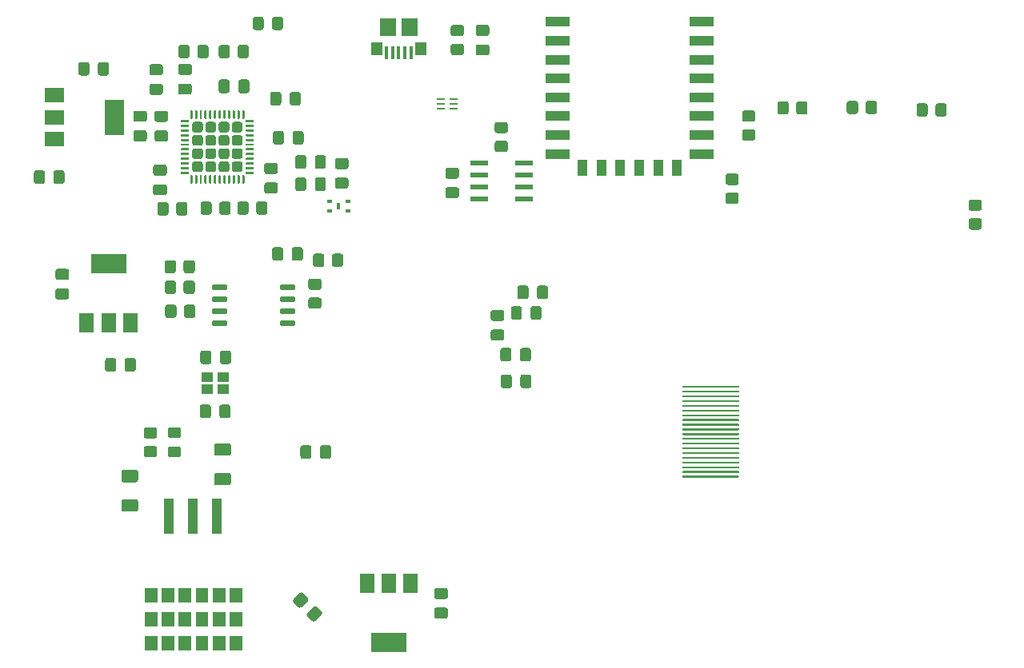
<source format=gbr>
%TF.GenerationSoftware,KiCad,Pcbnew,(5.1.9)-1*%
%TF.CreationDate,2021-04-19T10:41:21+09:00*%
%TF.ProjectId,Air_Pollution_Sensor,4169725f-506f-46c6-9c75-74696f6e5f53,rev?*%
%TF.SameCoordinates,Original*%
%TF.FileFunction,Paste,Top*%
%TF.FilePolarity,Positive*%
%FSLAX46Y46*%
G04 Gerber Fmt 4.6, Leading zero omitted, Abs format (unit mm)*
G04 Created by KiCad (PCBNEW (5.1.9)-1) date 2021-04-19 10:41:21*
%MOMM*%
%LPD*%
G01*
G04 APERTURE LIST*
%ADD10C,0.010000*%
%ADD11R,0.812800X0.254000*%
%ADD12R,1.500000X2.000000*%
%ADD13R,3.800000X2.000000*%
%ADD14R,1.981200X0.558800*%
%ADD15R,2.000000X1.500000*%
%ADD16R,2.000000X3.800000*%
%ADD17R,1.200000X1.000000*%
%ADD18R,0.990000X3.790000*%
%ADD19R,2.500000X1.000000*%
%ADD20R,1.000000X1.800000*%
%ADD21R,0.500000X0.300000*%
%ADD22R,0.350000X0.800000*%
%ADD23R,1.150000X1.450000*%
%ADD24R,1.750000X1.900000*%
%ADD25R,0.400000X1.400000*%
G04 APERTURE END LIST*
D10*
%TO.C,U1*%
G36*
X121875200Y-134565000D02*
G01*
X121875200Y-136015000D01*
X120615200Y-136015000D01*
X120615200Y-134565000D01*
X121875200Y-134565000D01*
G37*
X121875200Y-134565000D02*
X121875200Y-136015000D01*
X120615200Y-136015000D01*
X120615200Y-134565000D01*
X121875200Y-134565000D01*
G36*
X123675200Y-134565000D02*
G01*
X123675200Y-136015000D01*
X122415200Y-136015000D01*
X122415200Y-134565000D01*
X123675200Y-134565000D01*
G37*
X123675200Y-134565000D02*
X123675200Y-136015000D01*
X122415200Y-136015000D01*
X122415200Y-134565000D01*
X123675200Y-134565000D01*
G36*
X125475200Y-134565000D02*
G01*
X125475200Y-136015000D01*
X124215200Y-136015000D01*
X124215200Y-134565000D01*
X125475200Y-134565000D01*
G37*
X125475200Y-134565000D02*
X125475200Y-136015000D01*
X124215200Y-136015000D01*
X124215200Y-134565000D01*
X125475200Y-134565000D01*
G36*
X120075200Y-134565000D02*
G01*
X120075200Y-136015000D01*
X118815200Y-136015000D01*
X118815200Y-134565000D01*
X120075200Y-134565000D01*
G37*
X120075200Y-134565000D02*
X120075200Y-136015000D01*
X118815200Y-136015000D01*
X118815200Y-134565000D01*
X120075200Y-134565000D01*
G36*
X118275200Y-134565000D02*
G01*
X118275200Y-136015000D01*
X117015200Y-136015000D01*
X117015200Y-134565000D01*
X118275200Y-134565000D01*
G37*
X118275200Y-134565000D02*
X118275200Y-136015000D01*
X117015200Y-136015000D01*
X117015200Y-134565000D01*
X118275200Y-134565000D01*
G36*
X116475200Y-134565000D02*
G01*
X116475200Y-136015000D01*
X115215200Y-136015000D01*
X115215200Y-134565000D01*
X116475200Y-134565000D01*
G37*
X116475200Y-134565000D02*
X116475200Y-136015000D01*
X115215200Y-136015000D01*
X115215200Y-134565000D01*
X116475200Y-134565000D01*
G36*
X121875200Y-137105000D02*
G01*
X121875200Y-138555000D01*
X120615200Y-138555000D01*
X120615200Y-137105000D01*
X121875200Y-137105000D01*
G37*
X121875200Y-137105000D02*
X121875200Y-138555000D01*
X120615200Y-138555000D01*
X120615200Y-137105000D01*
X121875200Y-137105000D01*
G36*
X123675200Y-137105000D02*
G01*
X123675200Y-138555000D01*
X122415200Y-138555000D01*
X122415200Y-137105000D01*
X123675200Y-137105000D01*
G37*
X123675200Y-137105000D02*
X123675200Y-138555000D01*
X122415200Y-138555000D01*
X122415200Y-137105000D01*
X123675200Y-137105000D01*
G36*
X125475200Y-137105000D02*
G01*
X125475200Y-138555000D01*
X124215200Y-138555000D01*
X124215200Y-137105000D01*
X125475200Y-137105000D01*
G37*
X125475200Y-137105000D02*
X125475200Y-138555000D01*
X124215200Y-138555000D01*
X124215200Y-137105000D01*
X125475200Y-137105000D01*
G36*
X120075200Y-137105000D02*
G01*
X120075200Y-138555000D01*
X118815200Y-138555000D01*
X118815200Y-137105000D01*
X120075200Y-137105000D01*
G37*
X120075200Y-137105000D02*
X120075200Y-138555000D01*
X118815200Y-138555000D01*
X118815200Y-137105000D01*
X120075200Y-137105000D01*
G36*
X118275200Y-137105000D02*
G01*
X118275200Y-138555000D01*
X117015200Y-138555000D01*
X117015200Y-137105000D01*
X118275200Y-137105000D01*
G37*
X118275200Y-137105000D02*
X118275200Y-138555000D01*
X117015200Y-138555000D01*
X117015200Y-137105000D01*
X118275200Y-137105000D01*
G36*
X116475200Y-137105000D02*
G01*
X116475200Y-138555000D01*
X115215200Y-138555000D01*
X115215200Y-137105000D01*
X116475200Y-137105000D01*
G37*
X116475200Y-137105000D02*
X116475200Y-138555000D01*
X115215200Y-138555000D01*
X115215200Y-137105000D01*
X116475200Y-137105000D01*
G36*
X121875200Y-132025000D02*
G01*
X121875200Y-133475000D01*
X120615200Y-133475000D01*
X120615200Y-132025000D01*
X121875200Y-132025000D01*
G37*
X121875200Y-132025000D02*
X121875200Y-133475000D01*
X120615200Y-133475000D01*
X120615200Y-132025000D01*
X121875200Y-132025000D01*
G36*
X123675200Y-132025000D02*
G01*
X123675200Y-133475000D01*
X122415200Y-133475000D01*
X122415200Y-132025000D01*
X123675200Y-132025000D01*
G37*
X123675200Y-132025000D02*
X123675200Y-133475000D01*
X122415200Y-133475000D01*
X122415200Y-132025000D01*
X123675200Y-132025000D01*
G36*
X125475200Y-132025000D02*
G01*
X125475200Y-133475000D01*
X124215200Y-133475000D01*
X124215200Y-132025000D01*
X125475200Y-132025000D01*
G37*
X125475200Y-132025000D02*
X125475200Y-133475000D01*
X124215200Y-133475000D01*
X124215200Y-132025000D01*
X125475200Y-132025000D01*
G36*
X120075200Y-132025000D02*
G01*
X120075200Y-133475000D01*
X118815200Y-133475000D01*
X118815200Y-132025000D01*
X120075200Y-132025000D01*
G37*
X120075200Y-132025000D02*
X120075200Y-133475000D01*
X118815200Y-133475000D01*
X118815200Y-132025000D01*
X120075200Y-132025000D01*
G36*
X118275200Y-132025000D02*
G01*
X118275200Y-133475000D01*
X117015200Y-133475000D01*
X117015200Y-132025000D01*
X118275200Y-132025000D01*
G37*
X118275200Y-132025000D02*
X118275200Y-133475000D01*
X117015200Y-133475000D01*
X117015200Y-132025000D01*
X118275200Y-132025000D01*
G36*
X116475200Y-132025000D02*
G01*
X116475200Y-133475000D01*
X115215200Y-133475000D01*
X115215200Y-132025000D01*
X116475200Y-132025000D01*
G37*
X116475200Y-132025000D02*
X116475200Y-133475000D01*
X115215200Y-133475000D01*
X115215200Y-132025000D01*
X116475200Y-132025000D01*
%TD*%
%TO.C,R25*%
G36*
G01*
X115373999Y-116986000D02*
X116274001Y-116986000D01*
G75*
G02*
X116524000Y-117235999I0J-249999D01*
G01*
X116524000Y-117936001D01*
G75*
G02*
X116274001Y-118186000I-249999J0D01*
G01*
X115373999Y-118186000D01*
G75*
G02*
X115124000Y-117936001I0J249999D01*
G01*
X115124000Y-117235999D01*
G75*
G02*
X115373999Y-116986000I249999J0D01*
G01*
G37*
G36*
G01*
X115373999Y-114986000D02*
X116274001Y-114986000D01*
G75*
G02*
X116524000Y-115235999I0J-249999D01*
G01*
X116524000Y-115936001D01*
G75*
G02*
X116274001Y-116186000I-249999J0D01*
G01*
X115373999Y-116186000D01*
G75*
G02*
X115124000Y-115936001I0J249999D01*
G01*
X115124000Y-115235999D01*
G75*
G02*
X115373999Y-114986000I249999J0D01*
G01*
G37*
%TD*%
%TO.C,D6*%
G36*
G01*
X117913999Y-117036000D02*
X118814001Y-117036000D01*
G75*
G02*
X119064000Y-117285999I0J-249999D01*
G01*
X119064000Y-117936001D01*
G75*
G02*
X118814001Y-118186000I-249999J0D01*
G01*
X117913999Y-118186000D01*
G75*
G02*
X117664000Y-117936001I0J249999D01*
G01*
X117664000Y-117285999D01*
G75*
G02*
X117913999Y-117036000I249999J0D01*
G01*
G37*
G36*
G01*
X117913999Y-114986000D02*
X118814001Y-114986000D01*
G75*
G02*
X119064000Y-115235999I0J-249999D01*
G01*
X119064000Y-115886001D01*
G75*
G02*
X118814001Y-116136000I-249999J0D01*
G01*
X117913999Y-116136000D01*
G75*
G02*
X117664000Y-115886001I0J249999D01*
G01*
X117664000Y-115235999D01*
G75*
G02*
X117913999Y-114986000I249999J0D01*
G01*
G37*
%TD*%
%TO.C,C34*%
G36*
G01*
X156736200Y-101186000D02*
X156736200Y-100236000D01*
G75*
G02*
X156986200Y-99986000I250000J0D01*
G01*
X157661200Y-99986000D01*
G75*
G02*
X157911200Y-100236000I0J-250000D01*
G01*
X157911200Y-101186000D01*
G75*
G02*
X157661200Y-101436000I-250000J0D01*
G01*
X156986200Y-101436000D01*
G75*
G02*
X156736200Y-101186000I0J250000D01*
G01*
G37*
G36*
G01*
X154661200Y-101186000D02*
X154661200Y-100236000D01*
G75*
G02*
X154911200Y-99986000I250000J0D01*
G01*
X155586200Y-99986000D01*
G75*
G02*
X155836200Y-100236000I0J-250000D01*
G01*
X155836200Y-101186000D01*
G75*
G02*
X155586200Y-101436000I-250000J0D01*
G01*
X154911200Y-101436000D01*
G75*
G02*
X154661200Y-101186000I0J250000D01*
G01*
G37*
%TD*%
%TO.C,C21*%
G36*
G01*
X133770700Y-118102400D02*
X133770700Y-117152400D01*
G75*
G02*
X134020700Y-116902400I250000J0D01*
G01*
X134695700Y-116902400D01*
G75*
G02*
X134945700Y-117152400I0J-250000D01*
G01*
X134945700Y-118102400D01*
G75*
G02*
X134695700Y-118352400I-250000J0D01*
G01*
X134020700Y-118352400D01*
G75*
G02*
X133770700Y-118102400I0J250000D01*
G01*
G37*
G36*
G01*
X131695700Y-118102400D02*
X131695700Y-117152400D01*
G75*
G02*
X131945700Y-116902400I250000J0D01*
G01*
X132620700Y-116902400D01*
G75*
G02*
X132870700Y-117152400I0J-250000D01*
G01*
X132870700Y-118102400D01*
G75*
G02*
X132620700Y-118352400I-250000J0D01*
G01*
X131945700Y-118352400D01*
G75*
G02*
X131695700Y-118102400I0J250000D01*
G01*
G37*
%TD*%
D11*
%TO.C,U9*%
X147878800Y-81233899D03*
X147878800Y-80733900D03*
X147878800Y-80233901D03*
X146532600Y-80233901D03*
X146532600Y-80733900D03*
X146532600Y-81233899D03*
%TD*%
%TO.C,C32*%
G36*
G01*
X133224600Y-89725520D02*
X133224600Y-88775520D01*
G75*
G02*
X133474600Y-88525520I250000J0D01*
G01*
X134149600Y-88525520D01*
G75*
G02*
X134399600Y-88775520I0J-250000D01*
G01*
X134399600Y-89725520D01*
G75*
G02*
X134149600Y-89975520I-250000J0D01*
G01*
X133474600Y-89975520D01*
G75*
G02*
X133224600Y-89725520I0J250000D01*
G01*
G37*
G36*
G01*
X131149600Y-89725520D02*
X131149600Y-88775520D01*
G75*
G02*
X131399600Y-88525520I250000J0D01*
G01*
X132074600Y-88525520D01*
G75*
G02*
X132324600Y-88775520I0J-250000D01*
G01*
X132324600Y-89725520D01*
G75*
G02*
X132074600Y-89975520I-250000J0D01*
G01*
X131399600Y-89975520D01*
G75*
G02*
X131149600Y-89725520I0J250000D01*
G01*
G37*
%TD*%
%TO.C,C31*%
G36*
G01*
X133226799Y-87370941D02*
X133226799Y-86420941D01*
G75*
G02*
X133476799Y-86170941I250000J0D01*
G01*
X134151799Y-86170941D01*
G75*
G02*
X134401799Y-86420941I0J-250000D01*
G01*
X134401799Y-87370941D01*
G75*
G02*
X134151799Y-87620941I-250000J0D01*
G01*
X133476799Y-87620941D01*
G75*
G02*
X133226799Y-87370941I0J250000D01*
G01*
G37*
G36*
G01*
X131151799Y-87370941D02*
X131151799Y-86420941D01*
G75*
G02*
X131401799Y-86170941I250000J0D01*
G01*
X132076799Y-86170941D01*
G75*
G02*
X132326799Y-86420941I0J-250000D01*
G01*
X132326799Y-87370941D01*
G75*
G02*
X132076799Y-87620941I-250000J0D01*
G01*
X131401799Y-87620941D01*
G75*
G02*
X131151799Y-87370941I0J250000D01*
G01*
G37*
%TD*%
%TO.C,D4*%
G36*
G01*
X127807300Y-71764739D02*
X127807300Y-72664741D01*
G75*
G02*
X127557301Y-72914740I-249999J0D01*
G01*
X126907299Y-72914740D01*
G75*
G02*
X126657300Y-72664741I0J249999D01*
G01*
X126657300Y-71764739D01*
G75*
G02*
X126907299Y-71514740I249999J0D01*
G01*
X127557301Y-71514740D01*
G75*
G02*
X127807300Y-71764739I0J-249999D01*
G01*
G37*
G36*
G01*
X129857300Y-71764739D02*
X129857300Y-72664741D01*
G75*
G02*
X129607301Y-72914740I-249999J0D01*
G01*
X128957299Y-72914740D01*
G75*
G02*
X128707300Y-72664741I0J249999D01*
G01*
X128707300Y-71764739D01*
G75*
G02*
X128957299Y-71514740I249999J0D01*
G01*
X129607301Y-71514740D01*
G75*
G02*
X129857300Y-71764739I0J-249999D01*
G01*
G37*
%TD*%
D12*
%TO.C,U8*%
X109084080Y-103952440D03*
X113684080Y-103952440D03*
X111384080Y-103952440D03*
D13*
X111384080Y-97652440D03*
%TD*%
D14*
%TO.C,U3*%
X150609300Y-90810080D03*
X150609300Y-89540080D03*
X150609300Y-88270080D03*
X150609300Y-87000080D03*
X155333700Y-87000080D03*
X155333700Y-88270080D03*
X155333700Y-89540080D03*
X155333700Y-90810080D03*
%TD*%
%TO.C,C20*%
G36*
G01*
X135592800Y-88541100D02*
X136542800Y-88541100D01*
G75*
G02*
X136792800Y-88791100I0J-250000D01*
G01*
X136792800Y-89466100D01*
G75*
G02*
X136542800Y-89716100I-250000J0D01*
G01*
X135592800Y-89716100D01*
G75*
G02*
X135342800Y-89466100I0J250000D01*
G01*
X135342800Y-88791100D01*
G75*
G02*
X135592800Y-88541100I250000J0D01*
G01*
G37*
G36*
G01*
X135592800Y-86466100D02*
X136542800Y-86466100D01*
G75*
G02*
X136792800Y-86716100I0J-250000D01*
G01*
X136792800Y-87391100D01*
G75*
G02*
X136542800Y-87641100I-250000J0D01*
G01*
X135592800Y-87641100D01*
G75*
G02*
X135342800Y-87391100I0J250000D01*
G01*
X135342800Y-86716100D01*
G75*
G02*
X135592800Y-86466100I250000J0D01*
G01*
G37*
%TD*%
D15*
%TO.C,U12*%
X105706780Y-79841060D03*
X105706780Y-84441060D03*
X105706780Y-82141060D03*
D16*
X112006780Y-82141060D03*
%TD*%
%TO.C,U7*%
G36*
G01*
X129553620Y-100317440D02*
X129553620Y-100017440D01*
G75*
G02*
X129703620Y-99867440I150000J0D01*
G01*
X131003620Y-99867440D01*
G75*
G02*
X131153620Y-100017440I0J-150000D01*
G01*
X131153620Y-100317440D01*
G75*
G02*
X131003620Y-100467440I-150000J0D01*
G01*
X129703620Y-100467440D01*
G75*
G02*
X129553620Y-100317440I0J150000D01*
G01*
G37*
G36*
G01*
X129553620Y-101587440D02*
X129553620Y-101287440D01*
G75*
G02*
X129703620Y-101137440I150000J0D01*
G01*
X131003620Y-101137440D01*
G75*
G02*
X131153620Y-101287440I0J-150000D01*
G01*
X131153620Y-101587440D01*
G75*
G02*
X131003620Y-101737440I-150000J0D01*
G01*
X129703620Y-101737440D01*
G75*
G02*
X129553620Y-101587440I0J150000D01*
G01*
G37*
G36*
G01*
X129553620Y-102857440D02*
X129553620Y-102557440D01*
G75*
G02*
X129703620Y-102407440I150000J0D01*
G01*
X131003620Y-102407440D01*
G75*
G02*
X131153620Y-102557440I0J-150000D01*
G01*
X131153620Y-102857440D01*
G75*
G02*
X131003620Y-103007440I-150000J0D01*
G01*
X129703620Y-103007440D01*
G75*
G02*
X129553620Y-102857440I0J150000D01*
G01*
G37*
G36*
G01*
X129553620Y-104127440D02*
X129553620Y-103827440D01*
G75*
G02*
X129703620Y-103677440I150000J0D01*
G01*
X131003620Y-103677440D01*
G75*
G02*
X131153620Y-103827440I0J-150000D01*
G01*
X131153620Y-104127440D01*
G75*
G02*
X131003620Y-104277440I-150000J0D01*
G01*
X129703620Y-104277440D01*
G75*
G02*
X129553620Y-104127440I0J150000D01*
G01*
G37*
G36*
G01*
X122353620Y-104127440D02*
X122353620Y-103827440D01*
G75*
G02*
X122503620Y-103677440I150000J0D01*
G01*
X123803620Y-103677440D01*
G75*
G02*
X123953620Y-103827440I0J-150000D01*
G01*
X123953620Y-104127440D01*
G75*
G02*
X123803620Y-104277440I-150000J0D01*
G01*
X122503620Y-104277440D01*
G75*
G02*
X122353620Y-104127440I0J150000D01*
G01*
G37*
G36*
G01*
X122353620Y-102857440D02*
X122353620Y-102557440D01*
G75*
G02*
X122503620Y-102407440I150000J0D01*
G01*
X123803620Y-102407440D01*
G75*
G02*
X123953620Y-102557440I0J-150000D01*
G01*
X123953620Y-102857440D01*
G75*
G02*
X123803620Y-103007440I-150000J0D01*
G01*
X122503620Y-103007440D01*
G75*
G02*
X122353620Y-102857440I0J150000D01*
G01*
G37*
G36*
G01*
X122353620Y-101587440D02*
X122353620Y-101287440D01*
G75*
G02*
X122503620Y-101137440I150000J0D01*
G01*
X123803620Y-101137440D01*
G75*
G02*
X123953620Y-101287440I0J-150000D01*
G01*
X123953620Y-101587440D01*
G75*
G02*
X123803620Y-101737440I-150000J0D01*
G01*
X122503620Y-101737440D01*
G75*
G02*
X122353620Y-101587440I0J150000D01*
G01*
G37*
G36*
G01*
X122353620Y-100317440D02*
X122353620Y-100017440D01*
G75*
G02*
X122503620Y-99867440I150000J0D01*
G01*
X123803620Y-99867440D01*
G75*
G02*
X123953620Y-100017440I0J-150000D01*
G01*
X123953620Y-100317440D01*
G75*
G02*
X123803620Y-100467440I-150000J0D01*
G01*
X122503620Y-100467440D01*
G75*
G02*
X122353620Y-100317440I0J150000D01*
G01*
G37*
%TD*%
%TO.C,R16*%
G36*
G01*
X132783159Y-101246380D02*
X133683161Y-101246380D01*
G75*
G02*
X133933160Y-101496379I0J-249999D01*
G01*
X133933160Y-102196381D01*
G75*
G02*
X133683161Y-102446380I-249999J0D01*
G01*
X132783159Y-102446380D01*
G75*
G02*
X132533160Y-102196381I0J249999D01*
G01*
X132533160Y-101496379D01*
G75*
G02*
X132783159Y-101246380I249999J0D01*
G01*
G37*
G36*
G01*
X132783159Y-99246380D02*
X133683161Y-99246380D01*
G75*
G02*
X133933160Y-99496379I0J-249999D01*
G01*
X133933160Y-100196381D01*
G75*
G02*
X133683161Y-100446380I-249999J0D01*
G01*
X132783159Y-100446380D01*
G75*
G02*
X132533160Y-100196381I0J249999D01*
G01*
X132533160Y-99496379D01*
G75*
G02*
X132783159Y-99246380I249999J0D01*
G01*
G37*
%TD*%
%TO.C,R15*%
G36*
G01*
X125047200Y-75644161D02*
X125047200Y-74744159D01*
G75*
G02*
X125297199Y-74494160I249999J0D01*
G01*
X125997201Y-74494160D01*
G75*
G02*
X126247200Y-74744159I0J-249999D01*
G01*
X126247200Y-75644161D01*
G75*
G02*
X125997201Y-75894160I-249999J0D01*
G01*
X125297199Y-75894160D01*
G75*
G02*
X125047200Y-75644161I0J249999D01*
G01*
G37*
G36*
G01*
X123047200Y-75644161D02*
X123047200Y-74744159D01*
G75*
G02*
X123297199Y-74494160I249999J0D01*
G01*
X123997201Y-74494160D01*
G75*
G02*
X124247200Y-74744159I0J-249999D01*
G01*
X124247200Y-75644161D01*
G75*
G02*
X123997201Y-75894160I-249999J0D01*
G01*
X123297199Y-75894160D01*
G75*
G02*
X123047200Y-75644161I0J249999D01*
G01*
G37*
%TD*%
%TO.C,R14*%
G36*
G01*
X119380460Y-103165061D02*
X119380460Y-102265059D01*
G75*
G02*
X119630459Y-102015060I249999J0D01*
G01*
X120330461Y-102015060D01*
G75*
G02*
X120580460Y-102265059I0J-249999D01*
G01*
X120580460Y-103165061D01*
G75*
G02*
X120330461Y-103415060I-249999J0D01*
G01*
X119630459Y-103415060D01*
G75*
G02*
X119380460Y-103165061I0J249999D01*
G01*
G37*
G36*
G01*
X117380460Y-103165061D02*
X117380460Y-102265059D01*
G75*
G02*
X117630459Y-102015060I249999J0D01*
G01*
X118330461Y-102015060D01*
G75*
G02*
X118580460Y-102265059I0J-249999D01*
G01*
X118580460Y-103165061D01*
G75*
G02*
X118330461Y-103415060I-249999J0D01*
G01*
X117630459Y-103415060D01*
G75*
G02*
X117380460Y-103165061I0J249999D01*
G01*
G37*
%TD*%
%TO.C,R13*%
G36*
G01*
X134229400Y-96857399D02*
X134229400Y-97757401D01*
G75*
G02*
X133979401Y-98007400I-249999J0D01*
G01*
X133279399Y-98007400D01*
G75*
G02*
X133029400Y-97757401I0J249999D01*
G01*
X133029400Y-96857399D01*
G75*
G02*
X133279399Y-96607400I249999J0D01*
G01*
X133979401Y-96607400D01*
G75*
G02*
X134229400Y-96857399I0J-249999D01*
G01*
G37*
G36*
G01*
X136229400Y-96857399D02*
X136229400Y-97757401D01*
G75*
G02*
X135979401Y-98007400I-249999J0D01*
G01*
X135279399Y-98007400D01*
G75*
G02*
X135029400Y-97757401I0J249999D01*
G01*
X135029400Y-96857399D01*
G75*
G02*
X135279399Y-96607400I249999J0D01*
G01*
X135979401Y-96607400D01*
G75*
G02*
X136229400Y-96857399I0J-249999D01*
G01*
G37*
%TD*%
%TO.C,R12*%
G36*
G01*
X117748100Y-91401479D02*
X117748100Y-92301481D01*
G75*
G02*
X117498101Y-92551480I-249999J0D01*
G01*
X116798099Y-92551480D01*
G75*
G02*
X116548100Y-92301481I0J249999D01*
G01*
X116548100Y-91401479D01*
G75*
G02*
X116798099Y-91151480I249999J0D01*
G01*
X117498101Y-91151480D01*
G75*
G02*
X117748100Y-91401479I0J-249999D01*
G01*
G37*
G36*
G01*
X119748100Y-91401479D02*
X119748100Y-92301481D01*
G75*
G02*
X119498101Y-92551480I-249999J0D01*
G01*
X118798099Y-92551480D01*
G75*
G02*
X118548100Y-92301481I0J249999D01*
G01*
X118548100Y-91401479D01*
G75*
G02*
X118798099Y-91151480I249999J0D01*
G01*
X119498101Y-91151480D01*
G75*
G02*
X119748100Y-91401479I0J-249999D01*
G01*
G37*
%TD*%
%TO.C,R11*%
G36*
G01*
X118536260Y-99722519D02*
X118536260Y-100622521D01*
G75*
G02*
X118286261Y-100872520I-249999J0D01*
G01*
X117586259Y-100872520D01*
G75*
G02*
X117336260Y-100622521I0J249999D01*
G01*
X117336260Y-99722519D01*
G75*
G02*
X117586259Y-99472520I249999J0D01*
G01*
X118286261Y-99472520D01*
G75*
G02*
X118536260Y-99722519I0J-249999D01*
G01*
G37*
G36*
G01*
X120536260Y-99722519D02*
X120536260Y-100622521D01*
G75*
G02*
X120286261Y-100872520I-249999J0D01*
G01*
X119586259Y-100872520D01*
G75*
G02*
X119336260Y-100622521I0J249999D01*
G01*
X119336260Y-99722519D01*
G75*
G02*
X119586259Y-99472520I249999J0D01*
G01*
X120286261Y-99472520D01*
G75*
G02*
X120536260Y-99722519I0J-249999D01*
G01*
G37*
%TD*%
%TO.C,R10*%
G36*
G01*
X119331180Y-98438121D02*
X119331180Y-97538119D01*
G75*
G02*
X119581179Y-97288120I249999J0D01*
G01*
X120281181Y-97288120D01*
G75*
G02*
X120531180Y-97538119I0J-249999D01*
G01*
X120531180Y-98438121D01*
G75*
G02*
X120281181Y-98688120I-249999J0D01*
G01*
X119581179Y-98688120D01*
G75*
G02*
X119331180Y-98438121I0J249999D01*
G01*
G37*
G36*
G01*
X117331180Y-98438121D02*
X117331180Y-97538119D01*
G75*
G02*
X117581179Y-97288120I249999J0D01*
G01*
X118281181Y-97288120D01*
G75*
G02*
X118531180Y-97538119I0J-249999D01*
G01*
X118531180Y-98438121D01*
G75*
G02*
X118281181Y-98688120I-249999J0D01*
G01*
X117581179Y-98688120D01*
G75*
G02*
X117331180Y-98438121I0J249999D01*
G01*
G37*
%TD*%
%TO.C,R9*%
G36*
G01*
X119986600Y-74744159D02*
X119986600Y-75644161D01*
G75*
G02*
X119736601Y-75894160I-249999J0D01*
G01*
X119036599Y-75894160D01*
G75*
G02*
X118786600Y-75644161I0J249999D01*
G01*
X118786600Y-74744159D01*
G75*
G02*
X119036599Y-74494160I249999J0D01*
G01*
X119736601Y-74494160D01*
G75*
G02*
X119986600Y-74744159I0J-249999D01*
G01*
G37*
G36*
G01*
X121986600Y-74744159D02*
X121986600Y-75644161D01*
G75*
G02*
X121736601Y-75894160I-249999J0D01*
G01*
X121036599Y-75894160D01*
G75*
G02*
X120786600Y-75644161I0J249999D01*
G01*
X120786600Y-74744159D01*
G75*
G02*
X121036599Y-74494160I249999J0D01*
G01*
X121736601Y-74494160D01*
G75*
G02*
X121986600Y-74744159I0J-249999D01*
G01*
G37*
%TD*%
%TO.C,R8*%
G36*
G01*
X198098460Y-80931599D02*
X198098460Y-81831601D01*
G75*
G02*
X197848461Y-82081600I-249999J0D01*
G01*
X197148459Y-82081600D01*
G75*
G02*
X196898460Y-81831601I0J249999D01*
G01*
X196898460Y-80931599D01*
G75*
G02*
X197148459Y-80681600I249999J0D01*
G01*
X197848461Y-80681600D01*
G75*
G02*
X198098460Y-80931599I0J-249999D01*
G01*
G37*
G36*
G01*
X200098460Y-80931599D02*
X200098460Y-81831601D01*
G75*
G02*
X199848461Y-82081600I-249999J0D01*
G01*
X199148459Y-82081600D01*
G75*
G02*
X198898460Y-81831601I0J249999D01*
G01*
X198898460Y-80931599D01*
G75*
G02*
X199148459Y-80681600I249999J0D01*
G01*
X199848461Y-80681600D01*
G75*
G02*
X200098460Y-80931599I0J-249999D01*
G01*
G37*
%TD*%
%TO.C,R7*%
G36*
G01*
X190726620Y-80662359D02*
X190726620Y-81562361D01*
G75*
G02*
X190476621Y-81812360I-249999J0D01*
G01*
X189776619Y-81812360D01*
G75*
G02*
X189526620Y-81562361I0J249999D01*
G01*
X189526620Y-80662359D01*
G75*
G02*
X189776619Y-80412360I249999J0D01*
G01*
X190476621Y-80412360D01*
G75*
G02*
X190726620Y-80662359I0J-249999D01*
G01*
G37*
G36*
G01*
X192726620Y-80662359D02*
X192726620Y-81562361D01*
G75*
G02*
X192476621Y-81812360I-249999J0D01*
G01*
X191776619Y-81812360D01*
G75*
G02*
X191526620Y-81562361I0J249999D01*
G01*
X191526620Y-80662359D01*
G75*
G02*
X191776619Y-80412360I249999J0D01*
G01*
X192476621Y-80412360D01*
G75*
G02*
X192726620Y-80662359I0J-249999D01*
G01*
G37*
%TD*%
%TO.C,R6*%
G36*
G01*
X183374080Y-80715699D02*
X183374080Y-81615701D01*
G75*
G02*
X183124081Y-81865700I-249999J0D01*
G01*
X182424079Y-81865700D01*
G75*
G02*
X182174080Y-81615701I0J249999D01*
G01*
X182174080Y-80715699D01*
G75*
G02*
X182424079Y-80465700I249999J0D01*
G01*
X183124081Y-80465700D01*
G75*
G02*
X183374080Y-80715699I0J-249999D01*
G01*
G37*
G36*
G01*
X185374080Y-80715699D02*
X185374080Y-81615701D01*
G75*
G02*
X185124081Y-81865700I-249999J0D01*
G01*
X184424079Y-81865700D01*
G75*
G02*
X184174080Y-81615701I0J249999D01*
G01*
X184174080Y-80715699D01*
G75*
G02*
X184424079Y-80465700I249999J0D01*
G01*
X185124081Y-80465700D01*
G75*
G02*
X185374080Y-80715699I0J-249999D01*
G01*
G37*
%TD*%
%TO.C,C33*%
G36*
G01*
X116908600Y-77701900D02*
X115958600Y-77701900D01*
G75*
G02*
X115708600Y-77451900I0J250000D01*
G01*
X115708600Y-76776900D01*
G75*
G02*
X115958600Y-76526900I250000J0D01*
G01*
X116908600Y-76526900D01*
G75*
G02*
X117158600Y-76776900I0J-250000D01*
G01*
X117158600Y-77451900D01*
G75*
G02*
X116908600Y-77701900I-250000J0D01*
G01*
G37*
G36*
G01*
X116908600Y-79776900D02*
X115958600Y-79776900D01*
G75*
G02*
X115708600Y-79526900I0J250000D01*
G01*
X115708600Y-78851900D01*
G75*
G02*
X115958600Y-78601900I250000J0D01*
G01*
X116908600Y-78601900D01*
G75*
G02*
X117158600Y-78851900I0J-250000D01*
G01*
X117158600Y-79526900D01*
G75*
G02*
X116908600Y-79776900I-250000J0D01*
G01*
G37*
%TD*%
%TO.C,C28*%
G36*
G01*
X119956600Y-77680400D02*
X119006600Y-77680400D01*
G75*
G02*
X118756600Y-77430400I0J250000D01*
G01*
X118756600Y-76755400D01*
G75*
G02*
X119006600Y-76505400I250000J0D01*
G01*
X119956600Y-76505400D01*
G75*
G02*
X120206600Y-76755400I0J-250000D01*
G01*
X120206600Y-77430400D01*
G75*
G02*
X119956600Y-77680400I-250000J0D01*
G01*
G37*
G36*
G01*
X119956600Y-79755400D02*
X119006600Y-79755400D01*
G75*
G02*
X118756600Y-79505400I0J250000D01*
G01*
X118756600Y-78830400D01*
G75*
G02*
X119006600Y-78580400I250000J0D01*
G01*
X119956600Y-78580400D01*
G75*
G02*
X120206600Y-78830400I0J-250000D01*
G01*
X120206600Y-79505400D01*
G75*
G02*
X119956600Y-79755400I-250000J0D01*
G01*
G37*
%TD*%
%TO.C,C27*%
G36*
G01*
X125117100Y-79352160D02*
X125117100Y-78402160D01*
G75*
G02*
X125367100Y-78152160I250000J0D01*
G01*
X126042100Y-78152160D01*
G75*
G02*
X126292100Y-78402160I0J-250000D01*
G01*
X126292100Y-79352160D01*
G75*
G02*
X126042100Y-79602160I-250000J0D01*
G01*
X125367100Y-79602160D01*
G75*
G02*
X125117100Y-79352160I0J250000D01*
G01*
G37*
G36*
G01*
X123042100Y-79352160D02*
X123042100Y-78402160D01*
G75*
G02*
X123292100Y-78152160I250000J0D01*
G01*
X123967100Y-78152160D01*
G75*
G02*
X124217100Y-78402160I0J-250000D01*
G01*
X124217100Y-79352160D01*
G75*
G02*
X123967100Y-79602160I-250000J0D01*
G01*
X123292100Y-79602160D01*
G75*
G02*
X123042100Y-79352160I0J250000D01*
G01*
G37*
%TD*%
%TO.C,C26*%
G36*
G01*
X116365000Y-89248400D02*
X117315000Y-89248400D01*
G75*
G02*
X117565000Y-89498400I0J-250000D01*
G01*
X117565000Y-90173400D01*
G75*
G02*
X117315000Y-90423400I-250000J0D01*
G01*
X116365000Y-90423400D01*
G75*
G02*
X116115000Y-90173400I0J250000D01*
G01*
X116115000Y-89498400D01*
G75*
G02*
X116365000Y-89248400I250000J0D01*
G01*
G37*
G36*
G01*
X116365000Y-87173400D02*
X117315000Y-87173400D01*
G75*
G02*
X117565000Y-87423400I0J-250000D01*
G01*
X117565000Y-88098400D01*
G75*
G02*
X117315000Y-88348400I-250000J0D01*
G01*
X116365000Y-88348400D01*
G75*
G02*
X116115000Y-88098400I0J250000D01*
G01*
X116115000Y-87423400D01*
G75*
G02*
X116365000Y-87173400I250000J0D01*
G01*
G37*
%TD*%
%TO.C,C25*%
G36*
G01*
X130570300Y-80662800D02*
X130570300Y-79712800D01*
G75*
G02*
X130820300Y-79462800I250000J0D01*
G01*
X131495300Y-79462800D01*
G75*
G02*
X131745300Y-79712800I0J-250000D01*
G01*
X131745300Y-80662800D01*
G75*
G02*
X131495300Y-80912800I-250000J0D01*
G01*
X130820300Y-80912800D01*
G75*
G02*
X130570300Y-80662800I0J250000D01*
G01*
G37*
G36*
G01*
X128495300Y-80662800D02*
X128495300Y-79712800D01*
G75*
G02*
X128745300Y-79462800I250000J0D01*
G01*
X129420300Y-79462800D01*
G75*
G02*
X129670300Y-79712800I0J-250000D01*
G01*
X129670300Y-80662800D01*
G75*
G02*
X129420300Y-80912800I-250000J0D01*
G01*
X128745300Y-80912800D01*
G75*
G02*
X128495300Y-80662800I0J250000D01*
G01*
G37*
%TD*%
%TO.C,C24*%
G36*
G01*
X110269440Y-77490340D02*
X110269440Y-76540340D01*
G75*
G02*
X110519440Y-76290340I250000J0D01*
G01*
X111194440Y-76290340D01*
G75*
G02*
X111444440Y-76540340I0J-250000D01*
G01*
X111444440Y-77490340D01*
G75*
G02*
X111194440Y-77740340I-250000J0D01*
G01*
X110519440Y-77740340D01*
G75*
G02*
X110269440Y-77490340I0J250000D01*
G01*
G37*
G36*
G01*
X108194440Y-77490340D02*
X108194440Y-76540340D01*
G75*
G02*
X108444440Y-76290340I250000J0D01*
G01*
X109119440Y-76290340D01*
G75*
G02*
X109369440Y-76540340I0J-250000D01*
G01*
X109369440Y-77490340D01*
G75*
G02*
X109119440Y-77740340I-250000J0D01*
G01*
X108444440Y-77740340D01*
G75*
G02*
X108194440Y-77490340I0J250000D01*
G01*
G37*
%TD*%
%TO.C,C23*%
G36*
G01*
X105564180Y-88968600D02*
X105564180Y-88018600D01*
G75*
G02*
X105814180Y-87768600I250000J0D01*
G01*
X106489180Y-87768600D01*
G75*
G02*
X106739180Y-88018600I0J-250000D01*
G01*
X106739180Y-88968600D01*
G75*
G02*
X106489180Y-89218600I-250000J0D01*
G01*
X105814180Y-89218600D01*
G75*
G02*
X105564180Y-88968600I0J250000D01*
G01*
G37*
G36*
G01*
X103489180Y-88968600D02*
X103489180Y-88018600D01*
G75*
G02*
X103739180Y-87768600I250000J0D01*
G01*
X104414180Y-87768600D01*
G75*
G02*
X104664180Y-88018600I0J-250000D01*
G01*
X104664180Y-88968600D01*
G75*
G02*
X104414180Y-89218600I-250000J0D01*
G01*
X103739180Y-89218600D01*
G75*
G02*
X103489180Y-88968600I0J250000D01*
G01*
G37*
%TD*%
%TO.C,C22*%
G36*
G01*
X130781300Y-97122000D02*
X130781300Y-96172000D01*
G75*
G02*
X131031300Y-95922000I250000J0D01*
G01*
X131706300Y-95922000D01*
G75*
G02*
X131956300Y-96172000I0J-250000D01*
G01*
X131956300Y-97122000D01*
G75*
G02*
X131706300Y-97372000I-250000J0D01*
G01*
X131031300Y-97372000D01*
G75*
G02*
X130781300Y-97122000I0J250000D01*
G01*
G37*
G36*
G01*
X128706300Y-97122000D02*
X128706300Y-96172000D01*
G75*
G02*
X128956300Y-95922000I250000J0D01*
G01*
X129631300Y-95922000D01*
G75*
G02*
X129881300Y-96172000I0J-250000D01*
G01*
X129881300Y-97122000D01*
G75*
G02*
X129631300Y-97372000I-250000J0D01*
G01*
X128956300Y-97372000D01*
G75*
G02*
X128706300Y-97122000I0J250000D01*
G01*
G37*
%TD*%
%TO.C,U11*%
G36*
G01*
X172131140Y-110781960D02*
X172131140Y-110681960D01*
G75*
G02*
X172181140Y-110631960I50000J0D01*
G01*
X178081140Y-110631960D01*
G75*
G02*
X178131140Y-110681960I0J-50000D01*
G01*
X178131140Y-110781960D01*
G75*
G02*
X178081140Y-110831960I-50000J0D01*
G01*
X172181140Y-110831960D01*
G75*
G02*
X172131140Y-110781960I0J50000D01*
G01*
G37*
G36*
G01*
X172131140Y-111281960D02*
X172131140Y-111181960D01*
G75*
G02*
X172181140Y-111131960I50000J0D01*
G01*
X178081140Y-111131960D01*
G75*
G02*
X178131140Y-111181960I0J-50000D01*
G01*
X178131140Y-111281960D01*
G75*
G02*
X178081140Y-111331960I-50000J0D01*
G01*
X172181140Y-111331960D01*
G75*
G02*
X172131140Y-111281960I0J50000D01*
G01*
G37*
G36*
G01*
X172131140Y-111781960D02*
X172131140Y-111681960D01*
G75*
G02*
X172181140Y-111631960I50000J0D01*
G01*
X178081140Y-111631960D01*
G75*
G02*
X178131140Y-111681960I0J-50000D01*
G01*
X178131140Y-111781960D01*
G75*
G02*
X178081140Y-111831960I-50000J0D01*
G01*
X172181140Y-111831960D01*
G75*
G02*
X172131140Y-111781960I0J50000D01*
G01*
G37*
G36*
G01*
X172131140Y-112281960D02*
X172131140Y-112181960D01*
G75*
G02*
X172181140Y-112131960I50000J0D01*
G01*
X178081140Y-112131960D01*
G75*
G02*
X178131140Y-112181960I0J-50000D01*
G01*
X178131140Y-112281960D01*
G75*
G02*
X178081140Y-112331960I-50000J0D01*
G01*
X172181140Y-112331960D01*
G75*
G02*
X172131140Y-112281960I0J50000D01*
G01*
G37*
G36*
G01*
X172131140Y-112781960D02*
X172131140Y-112681960D01*
G75*
G02*
X172181140Y-112631960I50000J0D01*
G01*
X178081140Y-112631960D01*
G75*
G02*
X178131140Y-112681960I0J-50000D01*
G01*
X178131140Y-112781960D01*
G75*
G02*
X178081140Y-112831960I-50000J0D01*
G01*
X172181140Y-112831960D01*
G75*
G02*
X172131140Y-112781960I0J50000D01*
G01*
G37*
G36*
G01*
X172131140Y-113281960D02*
X172131140Y-113181960D01*
G75*
G02*
X172181140Y-113131960I50000J0D01*
G01*
X178081140Y-113131960D01*
G75*
G02*
X178131140Y-113181960I0J-50000D01*
G01*
X178131140Y-113281960D01*
G75*
G02*
X178081140Y-113331960I-50000J0D01*
G01*
X172181140Y-113331960D01*
G75*
G02*
X172131140Y-113281960I0J50000D01*
G01*
G37*
G36*
G01*
X172131140Y-113781960D02*
X172131140Y-113681960D01*
G75*
G02*
X172181140Y-113631960I50000J0D01*
G01*
X178081140Y-113631960D01*
G75*
G02*
X178131140Y-113681960I0J-50000D01*
G01*
X178131140Y-113781960D01*
G75*
G02*
X178081140Y-113831960I-50000J0D01*
G01*
X172181140Y-113831960D01*
G75*
G02*
X172131140Y-113781960I0J50000D01*
G01*
G37*
G36*
G01*
X172131140Y-114281960D02*
X172131140Y-114181960D01*
G75*
G02*
X172181140Y-114131960I50000J0D01*
G01*
X178081140Y-114131960D01*
G75*
G02*
X178131140Y-114181960I0J-50000D01*
G01*
X178131140Y-114281960D01*
G75*
G02*
X178081140Y-114331960I-50000J0D01*
G01*
X172181140Y-114331960D01*
G75*
G02*
X172131140Y-114281960I0J50000D01*
G01*
G37*
G36*
G01*
X172131140Y-114781960D02*
X172131140Y-114681960D01*
G75*
G02*
X172181140Y-114631960I50000J0D01*
G01*
X178081140Y-114631960D01*
G75*
G02*
X178131140Y-114681960I0J-50000D01*
G01*
X178131140Y-114781960D01*
G75*
G02*
X178081140Y-114831960I-50000J0D01*
G01*
X172181140Y-114831960D01*
G75*
G02*
X172131140Y-114781960I0J50000D01*
G01*
G37*
G36*
G01*
X172131140Y-115281960D02*
X172131140Y-115181960D01*
G75*
G02*
X172181140Y-115131960I50000J0D01*
G01*
X178081140Y-115131960D01*
G75*
G02*
X178131140Y-115181960I0J-50000D01*
G01*
X178131140Y-115281960D01*
G75*
G02*
X178081140Y-115331960I-50000J0D01*
G01*
X172181140Y-115331960D01*
G75*
G02*
X172131140Y-115281960I0J50000D01*
G01*
G37*
G36*
G01*
X172131140Y-115781960D02*
X172131140Y-115681960D01*
G75*
G02*
X172181140Y-115631960I50000J0D01*
G01*
X178081140Y-115631960D01*
G75*
G02*
X178131140Y-115681960I0J-50000D01*
G01*
X178131140Y-115781960D01*
G75*
G02*
X178081140Y-115831960I-50000J0D01*
G01*
X172181140Y-115831960D01*
G75*
G02*
X172131140Y-115781960I0J50000D01*
G01*
G37*
G36*
G01*
X172131140Y-116281960D02*
X172131140Y-116181960D01*
G75*
G02*
X172181140Y-116131960I50000J0D01*
G01*
X178081140Y-116131960D01*
G75*
G02*
X178131140Y-116181960I0J-50000D01*
G01*
X178131140Y-116281960D01*
G75*
G02*
X178081140Y-116331960I-50000J0D01*
G01*
X172181140Y-116331960D01*
G75*
G02*
X172131140Y-116281960I0J50000D01*
G01*
G37*
G36*
G01*
X172131140Y-116781960D02*
X172131140Y-116681960D01*
G75*
G02*
X172181140Y-116631960I50000J0D01*
G01*
X178081140Y-116631960D01*
G75*
G02*
X178131140Y-116681960I0J-50000D01*
G01*
X178131140Y-116781960D01*
G75*
G02*
X178081140Y-116831960I-50000J0D01*
G01*
X172181140Y-116831960D01*
G75*
G02*
X172131140Y-116781960I0J50000D01*
G01*
G37*
G36*
G01*
X172131140Y-117281960D02*
X172131140Y-117181960D01*
G75*
G02*
X172181140Y-117131960I50000J0D01*
G01*
X178081140Y-117131960D01*
G75*
G02*
X178131140Y-117181960I0J-50000D01*
G01*
X178131140Y-117281960D01*
G75*
G02*
X178081140Y-117331960I-50000J0D01*
G01*
X172181140Y-117331960D01*
G75*
G02*
X172131140Y-117281960I0J50000D01*
G01*
G37*
G36*
G01*
X172131140Y-117781960D02*
X172131140Y-117681960D01*
G75*
G02*
X172181140Y-117631960I50000J0D01*
G01*
X178081140Y-117631960D01*
G75*
G02*
X178131140Y-117681960I0J-50000D01*
G01*
X178131140Y-117781960D01*
G75*
G02*
X178081140Y-117831960I-50000J0D01*
G01*
X172181140Y-117831960D01*
G75*
G02*
X172131140Y-117781960I0J50000D01*
G01*
G37*
G36*
G01*
X172131140Y-118281960D02*
X172131140Y-118181960D01*
G75*
G02*
X172181140Y-118131960I50000J0D01*
G01*
X178081140Y-118131960D01*
G75*
G02*
X178131140Y-118181960I0J-50000D01*
G01*
X178131140Y-118281960D01*
G75*
G02*
X178081140Y-118331960I-50000J0D01*
G01*
X172181140Y-118331960D01*
G75*
G02*
X172131140Y-118281960I0J50000D01*
G01*
G37*
G36*
G01*
X172131140Y-118781960D02*
X172131140Y-118681960D01*
G75*
G02*
X172181140Y-118631960I50000J0D01*
G01*
X178081140Y-118631960D01*
G75*
G02*
X178131140Y-118681960I0J-50000D01*
G01*
X178131140Y-118781960D01*
G75*
G02*
X178081140Y-118831960I-50000J0D01*
G01*
X172181140Y-118831960D01*
G75*
G02*
X172131140Y-118781960I0J50000D01*
G01*
G37*
G36*
G01*
X172131140Y-119281960D02*
X172131140Y-119181960D01*
G75*
G02*
X172181140Y-119131960I50000J0D01*
G01*
X178081140Y-119131960D01*
G75*
G02*
X178131140Y-119181960I0J-50000D01*
G01*
X178131140Y-119281960D01*
G75*
G02*
X178081140Y-119331960I-50000J0D01*
G01*
X172181140Y-119331960D01*
G75*
G02*
X172131140Y-119281960I0J50000D01*
G01*
G37*
G36*
G01*
X172131140Y-119781960D02*
X172131140Y-119681960D01*
G75*
G02*
X172181140Y-119631960I50000J0D01*
G01*
X178081140Y-119631960D01*
G75*
G02*
X178131140Y-119681960I0J-50000D01*
G01*
X178131140Y-119781960D01*
G75*
G02*
X178081140Y-119831960I-50000J0D01*
G01*
X172181140Y-119831960D01*
G75*
G02*
X172131140Y-119781960I0J50000D01*
G01*
G37*
G36*
G01*
X172131140Y-120281960D02*
X172131140Y-120181960D01*
G75*
G02*
X172181140Y-120131960I50000J0D01*
G01*
X178081140Y-120131960D01*
G75*
G02*
X178131140Y-120181960I0J-50000D01*
G01*
X178131140Y-120281960D01*
G75*
G02*
X178081140Y-120331960I-50000J0D01*
G01*
X172181140Y-120331960D01*
G75*
G02*
X172131140Y-120281960I0J50000D01*
G01*
G37*
%TD*%
%TO.C,C39*%
G36*
G01*
X115211880Y-82633400D02*
X114261880Y-82633400D01*
G75*
G02*
X114011880Y-82383400I0J250000D01*
G01*
X114011880Y-81708400D01*
G75*
G02*
X114261880Y-81458400I250000J0D01*
G01*
X115211880Y-81458400D01*
G75*
G02*
X115461880Y-81708400I0J-250000D01*
G01*
X115461880Y-82383400D01*
G75*
G02*
X115211880Y-82633400I-250000J0D01*
G01*
G37*
G36*
G01*
X115211880Y-84708400D02*
X114261880Y-84708400D01*
G75*
G02*
X114011880Y-84458400I0J250000D01*
G01*
X114011880Y-83783400D01*
G75*
G02*
X114261880Y-83533400I250000J0D01*
G01*
X115211880Y-83533400D01*
G75*
G02*
X115461880Y-83783400I0J-250000D01*
G01*
X115461880Y-84458400D01*
G75*
G02*
X115211880Y-84708400I-250000J0D01*
G01*
G37*
%TD*%
D17*
%TO.C,Y1*%
X123501520Y-110969820D03*
X121801520Y-110969820D03*
X121801520Y-109669820D03*
X123501520Y-109669820D03*
%TD*%
%TO.C,C30*%
G36*
G01*
X123123020Y-113792020D02*
X123123020Y-112842020D01*
G75*
G02*
X123373020Y-112592020I250000J0D01*
G01*
X124048020Y-112592020D01*
G75*
G02*
X124298020Y-112842020I0J-250000D01*
G01*
X124298020Y-113792020D01*
G75*
G02*
X124048020Y-114042020I-250000J0D01*
G01*
X123373020Y-114042020D01*
G75*
G02*
X123123020Y-113792020I0J250000D01*
G01*
G37*
G36*
G01*
X121048020Y-113792020D02*
X121048020Y-112842020D01*
G75*
G02*
X121298020Y-112592020I250000J0D01*
G01*
X121973020Y-112592020D01*
G75*
G02*
X122223020Y-112842020I0J-250000D01*
G01*
X122223020Y-113792020D01*
G75*
G02*
X121973020Y-114042020I-250000J0D01*
G01*
X121298020Y-114042020D01*
G75*
G02*
X121048020Y-113792020I0J250000D01*
G01*
G37*
%TD*%
%TO.C,C29*%
G36*
G01*
X123186520Y-108064320D02*
X123186520Y-107114320D01*
G75*
G02*
X123436520Y-106864320I250000J0D01*
G01*
X124111520Y-106864320D01*
G75*
G02*
X124361520Y-107114320I0J-250000D01*
G01*
X124361520Y-108064320D01*
G75*
G02*
X124111520Y-108314320I-250000J0D01*
G01*
X123436520Y-108314320D01*
G75*
G02*
X123186520Y-108064320I0J250000D01*
G01*
G37*
G36*
G01*
X121111520Y-108064320D02*
X121111520Y-107114320D01*
G75*
G02*
X121361520Y-106864320I250000J0D01*
G01*
X122036520Y-106864320D01*
G75*
G02*
X122286520Y-107114320I0J-250000D01*
G01*
X122286520Y-108064320D01*
G75*
G02*
X122036520Y-108314320I-250000J0D01*
G01*
X121361520Y-108314320D01*
G75*
G02*
X121111520Y-108064320I0J250000D01*
G01*
G37*
%TD*%
D12*
%TO.C,U13*%
X143358900Y-131523340D03*
X138758900Y-131523340D03*
X141058900Y-131523340D03*
D13*
X141058900Y-137823340D03*
%TD*%
%TO.C,FB1*%
G36*
G01*
X152077400Y-104644700D02*
X153027400Y-104644700D01*
G75*
G02*
X153277400Y-104894700I0J-250000D01*
G01*
X153277400Y-105569700D01*
G75*
G02*
X153027400Y-105819700I-250000J0D01*
G01*
X152077400Y-105819700D01*
G75*
G02*
X151827400Y-105569700I0J250000D01*
G01*
X151827400Y-104894700D01*
G75*
G02*
X152077400Y-104644700I250000J0D01*
G01*
G37*
G36*
G01*
X152077400Y-102569700D02*
X153027400Y-102569700D01*
G75*
G02*
X153277400Y-102819700I0J-250000D01*
G01*
X153277400Y-103494700D01*
G75*
G02*
X153027400Y-103744700I-250000J0D01*
G01*
X152077400Y-103744700D01*
G75*
G02*
X151827400Y-103494700I0J250000D01*
G01*
X151827400Y-102819700D01*
G75*
G02*
X152077400Y-102569700I250000J0D01*
G01*
G37*
%TD*%
%TO.C,C15*%
G36*
G01*
X147058400Y-133203620D02*
X146108400Y-133203620D01*
G75*
G02*
X145858400Y-132953620I0J250000D01*
G01*
X145858400Y-132278620D01*
G75*
G02*
X146108400Y-132028620I250000J0D01*
G01*
X147058400Y-132028620D01*
G75*
G02*
X147308400Y-132278620I0J-250000D01*
G01*
X147308400Y-132953620D01*
G75*
G02*
X147058400Y-133203620I-250000J0D01*
G01*
G37*
G36*
G01*
X147058400Y-135278620D02*
X146108400Y-135278620D01*
G75*
G02*
X145858400Y-135028620I0J250000D01*
G01*
X145858400Y-134353620D01*
G75*
G02*
X146108400Y-134103620I250000J0D01*
G01*
X147058400Y-134103620D01*
G75*
G02*
X147308400Y-134353620I0J-250000D01*
G01*
X147308400Y-135028620D01*
G75*
G02*
X147058400Y-135278620I-250000J0D01*
G01*
G37*
%TD*%
%TO.C,C14*%
G36*
G01*
X132473598Y-133394427D02*
X131801847Y-134066178D01*
G75*
G02*
X131448293Y-134066178I-176777J176777D01*
G01*
X130970996Y-133588881D01*
G75*
G02*
X130970996Y-133235327I176777J176777D01*
G01*
X131642747Y-132563576D01*
G75*
G02*
X131996301Y-132563576I176777J-176777D01*
G01*
X132473598Y-133040873D01*
G75*
G02*
X132473598Y-133394427I-176777J-176777D01*
G01*
G37*
G36*
G01*
X133940844Y-134861673D02*
X133269093Y-135533424D01*
G75*
G02*
X132915539Y-135533424I-176777J176777D01*
G01*
X132438242Y-135056127D01*
G75*
G02*
X132438242Y-134702573I176777J176777D01*
G01*
X133109993Y-134030822D01*
G75*
G02*
X133463547Y-134030822I176777J-176777D01*
G01*
X133940844Y-134508119D01*
G75*
G02*
X133940844Y-134861673I-176777J-176777D01*
G01*
G37*
%TD*%
%TO.C,R23*%
G36*
G01*
X179596201Y-82630060D02*
X178696199Y-82630060D01*
G75*
G02*
X178446200Y-82380061I0J249999D01*
G01*
X178446200Y-81680059D01*
G75*
G02*
X178696199Y-81430060I249999J0D01*
G01*
X179596201Y-81430060D01*
G75*
G02*
X179846200Y-81680059I0J-249999D01*
G01*
X179846200Y-82380061D01*
G75*
G02*
X179596201Y-82630060I-249999J0D01*
G01*
G37*
G36*
G01*
X179596201Y-84630060D02*
X178696199Y-84630060D01*
G75*
G02*
X178446200Y-84380061I0J249999D01*
G01*
X178446200Y-83680059D01*
G75*
G02*
X178696199Y-83430060I249999J0D01*
G01*
X179596201Y-83430060D01*
G75*
G02*
X179846200Y-83680059I0J-249999D01*
G01*
X179846200Y-84380061D01*
G75*
G02*
X179596201Y-84630060I-249999J0D01*
G01*
G37*
%TD*%
%TO.C,R22*%
G36*
G01*
X176938519Y-90132360D02*
X177838521Y-90132360D01*
G75*
G02*
X178088520Y-90382359I0J-249999D01*
G01*
X178088520Y-91082361D01*
G75*
G02*
X177838521Y-91332360I-249999J0D01*
G01*
X176938519Y-91332360D01*
G75*
G02*
X176688520Y-91082361I0J249999D01*
G01*
X176688520Y-90382359D01*
G75*
G02*
X176938519Y-90132360I249999J0D01*
G01*
G37*
G36*
G01*
X176938519Y-88132360D02*
X177838521Y-88132360D01*
G75*
G02*
X178088520Y-88382359I0J-249999D01*
G01*
X178088520Y-89082361D01*
G75*
G02*
X177838521Y-89332360I-249999J0D01*
G01*
X176938519Y-89332360D01*
G75*
G02*
X176688520Y-89082361I0J249999D01*
G01*
X176688520Y-88382359D01*
G75*
G02*
X176938519Y-88132360I249999J0D01*
G01*
G37*
%TD*%
%TO.C,R20*%
G36*
G01*
X203566181Y-92073780D02*
X202666179Y-92073780D01*
G75*
G02*
X202416180Y-91823781I0J249999D01*
G01*
X202416180Y-91123779D01*
G75*
G02*
X202666179Y-90873780I249999J0D01*
G01*
X203566181Y-90873780D01*
G75*
G02*
X203816180Y-91123779I0J-249999D01*
G01*
X203816180Y-91823781D01*
G75*
G02*
X203566181Y-92073780I-249999J0D01*
G01*
G37*
G36*
G01*
X203566181Y-94073780D02*
X202666179Y-94073780D01*
G75*
G02*
X202416180Y-93823781I0J249999D01*
G01*
X202416180Y-93123779D01*
G75*
G02*
X202666179Y-92873780I249999J0D01*
G01*
X203566181Y-92873780D01*
G75*
G02*
X203816180Y-93123779I0J-249999D01*
G01*
X203816180Y-93823781D01*
G75*
G02*
X203566181Y-94073780I-249999J0D01*
G01*
G37*
%TD*%
%TO.C,C43*%
G36*
G01*
X106972120Y-99393680D02*
X106022120Y-99393680D01*
G75*
G02*
X105772120Y-99143680I0J250000D01*
G01*
X105772120Y-98468680D01*
G75*
G02*
X106022120Y-98218680I250000J0D01*
G01*
X106972120Y-98218680D01*
G75*
G02*
X107222120Y-98468680I0J-250000D01*
G01*
X107222120Y-99143680D01*
G75*
G02*
X106972120Y-99393680I-250000J0D01*
G01*
G37*
G36*
G01*
X106972120Y-101468680D02*
X106022120Y-101468680D01*
G75*
G02*
X105772120Y-101218680I0J250000D01*
G01*
X105772120Y-100543680D01*
G75*
G02*
X106022120Y-100293680I250000J0D01*
G01*
X106972120Y-100293680D01*
G75*
G02*
X107222120Y-100543680I0J-250000D01*
G01*
X107222120Y-101218680D01*
G75*
G02*
X106972120Y-101468680I-250000J0D01*
G01*
G37*
%TD*%
%TO.C,C42*%
G36*
G01*
X112202900Y-107911880D02*
X112202900Y-108861880D01*
G75*
G02*
X111952900Y-109111880I-250000J0D01*
G01*
X111277900Y-109111880D01*
G75*
G02*
X111027900Y-108861880I0J250000D01*
G01*
X111027900Y-107911880D01*
G75*
G02*
X111277900Y-107661880I250000J0D01*
G01*
X111952900Y-107661880D01*
G75*
G02*
X112202900Y-107911880I0J-250000D01*
G01*
G37*
G36*
G01*
X114277900Y-107911880D02*
X114277900Y-108861880D01*
G75*
G02*
X114027900Y-109111880I-250000J0D01*
G01*
X113352900Y-109111880D01*
G75*
G02*
X113102900Y-108861880I0J250000D01*
G01*
X113102900Y-107911880D01*
G75*
G02*
X113352900Y-107661880I250000J0D01*
G01*
X114027900Y-107661880D01*
G75*
G02*
X114277900Y-107911880I0J-250000D01*
G01*
G37*
%TD*%
%TO.C,C41*%
G36*
G01*
X117447080Y-82651180D02*
X116497080Y-82651180D01*
G75*
G02*
X116247080Y-82401180I0J250000D01*
G01*
X116247080Y-81726180D01*
G75*
G02*
X116497080Y-81476180I250000J0D01*
G01*
X117447080Y-81476180D01*
G75*
G02*
X117697080Y-81726180I0J-250000D01*
G01*
X117697080Y-82401180D01*
G75*
G02*
X117447080Y-82651180I-250000J0D01*
G01*
G37*
G36*
G01*
X117447080Y-84726180D02*
X116497080Y-84726180D01*
G75*
G02*
X116247080Y-84476180I0J250000D01*
G01*
X116247080Y-83801180D01*
G75*
G02*
X116497080Y-83551180I250000J0D01*
G01*
X117447080Y-83551180D01*
G75*
G02*
X117697080Y-83801180I0J-250000D01*
G01*
X117697080Y-84476180D01*
G75*
G02*
X117447080Y-84726180I-250000J0D01*
G01*
G37*
%TD*%
%TO.C,C19*%
G36*
G01*
X129075200Y-88170600D02*
X128125200Y-88170600D01*
G75*
G02*
X127875200Y-87920600I0J250000D01*
G01*
X127875200Y-87245600D01*
G75*
G02*
X128125200Y-86995600I250000J0D01*
G01*
X129075200Y-86995600D01*
G75*
G02*
X129325200Y-87245600I0J-250000D01*
G01*
X129325200Y-87920600D01*
G75*
G02*
X129075200Y-88170600I-250000J0D01*
G01*
G37*
G36*
G01*
X129075200Y-90245600D02*
X128125200Y-90245600D01*
G75*
G02*
X127875200Y-89995600I0J250000D01*
G01*
X127875200Y-89320600D01*
G75*
G02*
X128125200Y-89070600I250000J0D01*
G01*
X129075200Y-89070600D01*
G75*
G02*
X129325200Y-89320600I0J-250000D01*
G01*
X129325200Y-89995600D01*
G75*
G02*
X129075200Y-90245600I-250000J0D01*
G01*
G37*
%TD*%
%TO.C,C18*%
G36*
G01*
X148239500Y-88660820D02*
X147289500Y-88660820D01*
G75*
G02*
X147039500Y-88410820I0J250000D01*
G01*
X147039500Y-87735820D01*
G75*
G02*
X147289500Y-87485820I250000J0D01*
G01*
X148239500Y-87485820D01*
G75*
G02*
X148489500Y-87735820I0J-250000D01*
G01*
X148489500Y-88410820D01*
G75*
G02*
X148239500Y-88660820I-250000J0D01*
G01*
G37*
G36*
G01*
X148239500Y-90735820D02*
X147289500Y-90735820D01*
G75*
G02*
X147039500Y-90485820I0J250000D01*
G01*
X147039500Y-89810820D01*
G75*
G02*
X147289500Y-89560820I250000J0D01*
G01*
X148239500Y-89560820D01*
G75*
G02*
X148489500Y-89810820I0J-250000D01*
G01*
X148489500Y-90485820D01*
G75*
G02*
X148239500Y-90735820I-250000J0D01*
G01*
G37*
%TD*%
%TO.C,C17*%
G36*
G01*
X130865120Y-84797920D02*
X130865120Y-83847920D01*
G75*
G02*
X131115120Y-83597920I250000J0D01*
G01*
X131790120Y-83597920D01*
G75*
G02*
X132040120Y-83847920I0J-250000D01*
G01*
X132040120Y-84797920D01*
G75*
G02*
X131790120Y-85047920I-250000J0D01*
G01*
X131115120Y-85047920D01*
G75*
G02*
X130865120Y-84797920I0J250000D01*
G01*
G37*
G36*
G01*
X128790120Y-84797920D02*
X128790120Y-83847920D01*
G75*
G02*
X129040120Y-83597920I250000J0D01*
G01*
X129715120Y-83597920D01*
G75*
G02*
X129965120Y-83847920I0J-250000D01*
G01*
X129965120Y-84797920D01*
G75*
G02*
X129715120Y-85047920I-250000J0D01*
G01*
X129040120Y-85047920D01*
G75*
G02*
X128790120Y-84797920I0J250000D01*
G01*
G37*
%TD*%
%TO.C,R24*%
G36*
G01*
X153408801Y-83842400D02*
X152508799Y-83842400D01*
G75*
G02*
X152258800Y-83592401I0J249999D01*
G01*
X152258800Y-82892399D01*
G75*
G02*
X152508799Y-82642400I249999J0D01*
G01*
X153408801Y-82642400D01*
G75*
G02*
X153658800Y-82892399I0J-249999D01*
G01*
X153658800Y-83592401D01*
G75*
G02*
X153408801Y-83842400I-249999J0D01*
G01*
G37*
G36*
G01*
X153408801Y-85842400D02*
X152508799Y-85842400D01*
G75*
G02*
X152258800Y-85592401I0J249999D01*
G01*
X152258800Y-84892399D01*
G75*
G02*
X152508799Y-84642400I249999J0D01*
G01*
X153408801Y-84642400D01*
G75*
G02*
X153658800Y-84892399I0J-249999D01*
G01*
X153658800Y-85592401D01*
G75*
G02*
X153408801Y-85842400I-249999J0D01*
G01*
G37*
%TD*%
%TO.C,U2*%
G36*
G01*
X121375600Y-82888360D02*
X121375600Y-83518360D01*
G75*
G02*
X121125600Y-83768360I-250000J0D01*
G01*
X120495600Y-83768360D01*
G75*
G02*
X120245600Y-83518360I0J250000D01*
G01*
X120245600Y-82888360D01*
G75*
G02*
X120495600Y-82638360I250000J0D01*
G01*
X121125600Y-82638360D01*
G75*
G02*
X121375600Y-82888360I0J-250000D01*
G01*
G37*
G36*
G01*
X121375600Y-84288360D02*
X121375600Y-84918360D01*
G75*
G02*
X121125600Y-85168360I-250000J0D01*
G01*
X120495600Y-85168360D01*
G75*
G02*
X120245600Y-84918360I0J250000D01*
G01*
X120245600Y-84288360D01*
G75*
G02*
X120495600Y-84038360I250000J0D01*
G01*
X121125600Y-84038360D01*
G75*
G02*
X121375600Y-84288360I0J-250000D01*
G01*
G37*
G36*
G01*
X121375600Y-85688360D02*
X121375600Y-86318360D01*
G75*
G02*
X121125600Y-86568360I-250000J0D01*
G01*
X120495600Y-86568360D01*
G75*
G02*
X120245600Y-86318360I0J250000D01*
G01*
X120245600Y-85688360D01*
G75*
G02*
X120495600Y-85438360I250000J0D01*
G01*
X121125600Y-85438360D01*
G75*
G02*
X121375600Y-85688360I0J-250000D01*
G01*
G37*
G36*
G01*
X121375600Y-87088360D02*
X121375600Y-87718360D01*
G75*
G02*
X121125600Y-87968360I-250000J0D01*
G01*
X120495600Y-87968360D01*
G75*
G02*
X120245600Y-87718360I0J250000D01*
G01*
X120245600Y-87088360D01*
G75*
G02*
X120495600Y-86838360I250000J0D01*
G01*
X121125600Y-86838360D01*
G75*
G02*
X121375600Y-87088360I0J-250000D01*
G01*
G37*
G36*
G01*
X122775600Y-82888360D02*
X122775600Y-83518360D01*
G75*
G02*
X122525600Y-83768360I-250000J0D01*
G01*
X121895600Y-83768360D01*
G75*
G02*
X121645600Y-83518360I0J250000D01*
G01*
X121645600Y-82888360D01*
G75*
G02*
X121895600Y-82638360I250000J0D01*
G01*
X122525600Y-82638360D01*
G75*
G02*
X122775600Y-82888360I0J-250000D01*
G01*
G37*
G36*
G01*
X122775600Y-84288360D02*
X122775600Y-84918360D01*
G75*
G02*
X122525600Y-85168360I-250000J0D01*
G01*
X121895600Y-85168360D01*
G75*
G02*
X121645600Y-84918360I0J250000D01*
G01*
X121645600Y-84288360D01*
G75*
G02*
X121895600Y-84038360I250000J0D01*
G01*
X122525600Y-84038360D01*
G75*
G02*
X122775600Y-84288360I0J-250000D01*
G01*
G37*
G36*
G01*
X122775600Y-85688360D02*
X122775600Y-86318360D01*
G75*
G02*
X122525600Y-86568360I-250000J0D01*
G01*
X121895600Y-86568360D01*
G75*
G02*
X121645600Y-86318360I0J250000D01*
G01*
X121645600Y-85688360D01*
G75*
G02*
X121895600Y-85438360I250000J0D01*
G01*
X122525600Y-85438360D01*
G75*
G02*
X122775600Y-85688360I0J-250000D01*
G01*
G37*
G36*
G01*
X122775600Y-87088360D02*
X122775600Y-87718360D01*
G75*
G02*
X122525600Y-87968360I-250000J0D01*
G01*
X121895600Y-87968360D01*
G75*
G02*
X121645600Y-87718360I0J250000D01*
G01*
X121645600Y-87088360D01*
G75*
G02*
X121895600Y-86838360I250000J0D01*
G01*
X122525600Y-86838360D01*
G75*
G02*
X122775600Y-87088360I0J-250000D01*
G01*
G37*
G36*
G01*
X124175600Y-82888360D02*
X124175600Y-83518360D01*
G75*
G02*
X123925600Y-83768360I-250000J0D01*
G01*
X123295600Y-83768360D01*
G75*
G02*
X123045600Y-83518360I0J250000D01*
G01*
X123045600Y-82888360D01*
G75*
G02*
X123295600Y-82638360I250000J0D01*
G01*
X123925600Y-82638360D01*
G75*
G02*
X124175600Y-82888360I0J-250000D01*
G01*
G37*
G36*
G01*
X124175600Y-84288360D02*
X124175600Y-84918360D01*
G75*
G02*
X123925600Y-85168360I-250000J0D01*
G01*
X123295600Y-85168360D01*
G75*
G02*
X123045600Y-84918360I0J250000D01*
G01*
X123045600Y-84288360D01*
G75*
G02*
X123295600Y-84038360I250000J0D01*
G01*
X123925600Y-84038360D01*
G75*
G02*
X124175600Y-84288360I0J-250000D01*
G01*
G37*
G36*
G01*
X124175600Y-85688360D02*
X124175600Y-86318360D01*
G75*
G02*
X123925600Y-86568360I-250000J0D01*
G01*
X123295600Y-86568360D01*
G75*
G02*
X123045600Y-86318360I0J250000D01*
G01*
X123045600Y-85688360D01*
G75*
G02*
X123295600Y-85438360I250000J0D01*
G01*
X123925600Y-85438360D01*
G75*
G02*
X124175600Y-85688360I0J-250000D01*
G01*
G37*
G36*
G01*
X124175600Y-87088360D02*
X124175600Y-87718360D01*
G75*
G02*
X123925600Y-87968360I-250000J0D01*
G01*
X123295600Y-87968360D01*
G75*
G02*
X123045600Y-87718360I0J250000D01*
G01*
X123045600Y-87088360D01*
G75*
G02*
X123295600Y-86838360I250000J0D01*
G01*
X123925600Y-86838360D01*
G75*
G02*
X124175600Y-87088360I0J-250000D01*
G01*
G37*
G36*
G01*
X125575600Y-82888360D02*
X125575600Y-83518360D01*
G75*
G02*
X125325600Y-83768360I-250000J0D01*
G01*
X124695600Y-83768360D01*
G75*
G02*
X124445600Y-83518360I0J250000D01*
G01*
X124445600Y-82888360D01*
G75*
G02*
X124695600Y-82638360I250000J0D01*
G01*
X125325600Y-82638360D01*
G75*
G02*
X125575600Y-82888360I0J-250000D01*
G01*
G37*
G36*
G01*
X125575600Y-84288360D02*
X125575600Y-84918360D01*
G75*
G02*
X125325600Y-85168360I-250000J0D01*
G01*
X124695600Y-85168360D01*
G75*
G02*
X124445600Y-84918360I0J250000D01*
G01*
X124445600Y-84288360D01*
G75*
G02*
X124695600Y-84038360I250000J0D01*
G01*
X125325600Y-84038360D01*
G75*
G02*
X125575600Y-84288360I0J-250000D01*
G01*
G37*
G36*
G01*
X125575600Y-85688360D02*
X125575600Y-86318360D01*
G75*
G02*
X125325600Y-86568360I-250000J0D01*
G01*
X124695600Y-86568360D01*
G75*
G02*
X124445600Y-86318360I0J250000D01*
G01*
X124445600Y-85688360D01*
G75*
G02*
X124695600Y-85438360I250000J0D01*
G01*
X125325600Y-85438360D01*
G75*
G02*
X125575600Y-85688360I0J-250000D01*
G01*
G37*
G36*
G01*
X125575600Y-87088360D02*
X125575600Y-87718360D01*
G75*
G02*
X125325600Y-87968360I-250000J0D01*
G01*
X124695600Y-87968360D01*
G75*
G02*
X124445600Y-87718360I0J250000D01*
G01*
X124445600Y-87088360D01*
G75*
G02*
X124695600Y-86838360I250000J0D01*
G01*
X125325600Y-86838360D01*
G75*
G02*
X125575600Y-87088360I0J-250000D01*
G01*
G37*
G36*
G01*
X125785600Y-88365860D02*
X125785600Y-89115860D01*
G75*
G02*
X125723100Y-89178360I-62500J0D01*
G01*
X125598100Y-89178360D01*
G75*
G02*
X125535600Y-89115860I0J62500D01*
G01*
X125535600Y-88365860D01*
G75*
G02*
X125598100Y-88303360I62500J0D01*
G01*
X125723100Y-88303360D01*
G75*
G02*
X125785600Y-88365860I0J-62500D01*
G01*
G37*
G36*
G01*
X125285600Y-88365860D02*
X125285600Y-89115860D01*
G75*
G02*
X125223100Y-89178360I-62500J0D01*
G01*
X125098100Y-89178360D01*
G75*
G02*
X125035600Y-89115860I0J62500D01*
G01*
X125035600Y-88365860D01*
G75*
G02*
X125098100Y-88303360I62500J0D01*
G01*
X125223100Y-88303360D01*
G75*
G02*
X125285600Y-88365860I0J-62500D01*
G01*
G37*
G36*
G01*
X124785600Y-88365860D02*
X124785600Y-89115860D01*
G75*
G02*
X124723100Y-89178360I-62500J0D01*
G01*
X124598100Y-89178360D01*
G75*
G02*
X124535600Y-89115860I0J62500D01*
G01*
X124535600Y-88365860D01*
G75*
G02*
X124598100Y-88303360I62500J0D01*
G01*
X124723100Y-88303360D01*
G75*
G02*
X124785600Y-88365860I0J-62500D01*
G01*
G37*
G36*
G01*
X124285600Y-88365860D02*
X124285600Y-89115860D01*
G75*
G02*
X124223100Y-89178360I-62500J0D01*
G01*
X124098100Y-89178360D01*
G75*
G02*
X124035600Y-89115860I0J62500D01*
G01*
X124035600Y-88365860D01*
G75*
G02*
X124098100Y-88303360I62500J0D01*
G01*
X124223100Y-88303360D01*
G75*
G02*
X124285600Y-88365860I0J-62500D01*
G01*
G37*
G36*
G01*
X123785600Y-88365860D02*
X123785600Y-89115860D01*
G75*
G02*
X123723100Y-89178360I-62500J0D01*
G01*
X123598100Y-89178360D01*
G75*
G02*
X123535600Y-89115860I0J62500D01*
G01*
X123535600Y-88365860D01*
G75*
G02*
X123598100Y-88303360I62500J0D01*
G01*
X123723100Y-88303360D01*
G75*
G02*
X123785600Y-88365860I0J-62500D01*
G01*
G37*
G36*
G01*
X123285600Y-88365860D02*
X123285600Y-89115860D01*
G75*
G02*
X123223100Y-89178360I-62500J0D01*
G01*
X123098100Y-89178360D01*
G75*
G02*
X123035600Y-89115860I0J62500D01*
G01*
X123035600Y-88365860D01*
G75*
G02*
X123098100Y-88303360I62500J0D01*
G01*
X123223100Y-88303360D01*
G75*
G02*
X123285600Y-88365860I0J-62500D01*
G01*
G37*
G36*
G01*
X122785600Y-88365860D02*
X122785600Y-89115860D01*
G75*
G02*
X122723100Y-89178360I-62500J0D01*
G01*
X122598100Y-89178360D01*
G75*
G02*
X122535600Y-89115860I0J62500D01*
G01*
X122535600Y-88365860D01*
G75*
G02*
X122598100Y-88303360I62500J0D01*
G01*
X122723100Y-88303360D01*
G75*
G02*
X122785600Y-88365860I0J-62500D01*
G01*
G37*
G36*
G01*
X122285600Y-88365860D02*
X122285600Y-89115860D01*
G75*
G02*
X122223100Y-89178360I-62500J0D01*
G01*
X122098100Y-89178360D01*
G75*
G02*
X122035600Y-89115860I0J62500D01*
G01*
X122035600Y-88365860D01*
G75*
G02*
X122098100Y-88303360I62500J0D01*
G01*
X122223100Y-88303360D01*
G75*
G02*
X122285600Y-88365860I0J-62500D01*
G01*
G37*
G36*
G01*
X121785600Y-88365860D02*
X121785600Y-89115860D01*
G75*
G02*
X121723100Y-89178360I-62500J0D01*
G01*
X121598100Y-89178360D01*
G75*
G02*
X121535600Y-89115860I0J62500D01*
G01*
X121535600Y-88365860D01*
G75*
G02*
X121598100Y-88303360I62500J0D01*
G01*
X121723100Y-88303360D01*
G75*
G02*
X121785600Y-88365860I0J-62500D01*
G01*
G37*
G36*
G01*
X121285600Y-88365860D02*
X121285600Y-89115860D01*
G75*
G02*
X121223100Y-89178360I-62500J0D01*
G01*
X121098100Y-89178360D01*
G75*
G02*
X121035600Y-89115860I0J62500D01*
G01*
X121035600Y-88365860D01*
G75*
G02*
X121098100Y-88303360I62500J0D01*
G01*
X121223100Y-88303360D01*
G75*
G02*
X121285600Y-88365860I0J-62500D01*
G01*
G37*
G36*
G01*
X120785600Y-88365860D02*
X120785600Y-89115860D01*
G75*
G02*
X120723100Y-89178360I-62500J0D01*
G01*
X120598100Y-89178360D01*
G75*
G02*
X120535600Y-89115860I0J62500D01*
G01*
X120535600Y-88365860D01*
G75*
G02*
X120598100Y-88303360I62500J0D01*
G01*
X120723100Y-88303360D01*
G75*
G02*
X120785600Y-88365860I0J-62500D01*
G01*
G37*
G36*
G01*
X120285600Y-88365860D02*
X120285600Y-89115860D01*
G75*
G02*
X120223100Y-89178360I-62500J0D01*
G01*
X120098100Y-89178360D01*
G75*
G02*
X120035600Y-89115860I0J62500D01*
G01*
X120035600Y-88365860D01*
G75*
G02*
X120098100Y-88303360I62500J0D01*
G01*
X120223100Y-88303360D01*
G75*
G02*
X120285600Y-88365860I0J-62500D01*
G01*
G37*
G36*
G01*
X119910600Y-87990860D02*
X119910600Y-88115860D01*
G75*
G02*
X119848100Y-88178360I-62500J0D01*
G01*
X119098100Y-88178360D01*
G75*
G02*
X119035600Y-88115860I0J62500D01*
G01*
X119035600Y-87990860D01*
G75*
G02*
X119098100Y-87928360I62500J0D01*
G01*
X119848100Y-87928360D01*
G75*
G02*
X119910600Y-87990860I0J-62500D01*
G01*
G37*
G36*
G01*
X119910600Y-87490860D02*
X119910600Y-87615860D01*
G75*
G02*
X119848100Y-87678360I-62500J0D01*
G01*
X119098100Y-87678360D01*
G75*
G02*
X119035600Y-87615860I0J62500D01*
G01*
X119035600Y-87490860D01*
G75*
G02*
X119098100Y-87428360I62500J0D01*
G01*
X119848100Y-87428360D01*
G75*
G02*
X119910600Y-87490860I0J-62500D01*
G01*
G37*
G36*
G01*
X119910600Y-86990860D02*
X119910600Y-87115860D01*
G75*
G02*
X119848100Y-87178360I-62500J0D01*
G01*
X119098100Y-87178360D01*
G75*
G02*
X119035600Y-87115860I0J62500D01*
G01*
X119035600Y-86990860D01*
G75*
G02*
X119098100Y-86928360I62500J0D01*
G01*
X119848100Y-86928360D01*
G75*
G02*
X119910600Y-86990860I0J-62500D01*
G01*
G37*
G36*
G01*
X119910600Y-86490860D02*
X119910600Y-86615860D01*
G75*
G02*
X119848100Y-86678360I-62500J0D01*
G01*
X119098100Y-86678360D01*
G75*
G02*
X119035600Y-86615860I0J62500D01*
G01*
X119035600Y-86490860D01*
G75*
G02*
X119098100Y-86428360I62500J0D01*
G01*
X119848100Y-86428360D01*
G75*
G02*
X119910600Y-86490860I0J-62500D01*
G01*
G37*
G36*
G01*
X119910600Y-85990860D02*
X119910600Y-86115860D01*
G75*
G02*
X119848100Y-86178360I-62500J0D01*
G01*
X119098100Y-86178360D01*
G75*
G02*
X119035600Y-86115860I0J62500D01*
G01*
X119035600Y-85990860D01*
G75*
G02*
X119098100Y-85928360I62500J0D01*
G01*
X119848100Y-85928360D01*
G75*
G02*
X119910600Y-85990860I0J-62500D01*
G01*
G37*
G36*
G01*
X119910600Y-85490860D02*
X119910600Y-85615860D01*
G75*
G02*
X119848100Y-85678360I-62500J0D01*
G01*
X119098100Y-85678360D01*
G75*
G02*
X119035600Y-85615860I0J62500D01*
G01*
X119035600Y-85490860D01*
G75*
G02*
X119098100Y-85428360I62500J0D01*
G01*
X119848100Y-85428360D01*
G75*
G02*
X119910600Y-85490860I0J-62500D01*
G01*
G37*
G36*
G01*
X119910600Y-84990860D02*
X119910600Y-85115860D01*
G75*
G02*
X119848100Y-85178360I-62500J0D01*
G01*
X119098100Y-85178360D01*
G75*
G02*
X119035600Y-85115860I0J62500D01*
G01*
X119035600Y-84990860D01*
G75*
G02*
X119098100Y-84928360I62500J0D01*
G01*
X119848100Y-84928360D01*
G75*
G02*
X119910600Y-84990860I0J-62500D01*
G01*
G37*
G36*
G01*
X119910600Y-84490860D02*
X119910600Y-84615860D01*
G75*
G02*
X119848100Y-84678360I-62500J0D01*
G01*
X119098100Y-84678360D01*
G75*
G02*
X119035600Y-84615860I0J62500D01*
G01*
X119035600Y-84490860D01*
G75*
G02*
X119098100Y-84428360I62500J0D01*
G01*
X119848100Y-84428360D01*
G75*
G02*
X119910600Y-84490860I0J-62500D01*
G01*
G37*
G36*
G01*
X119910600Y-83990860D02*
X119910600Y-84115860D01*
G75*
G02*
X119848100Y-84178360I-62500J0D01*
G01*
X119098100Y-84178360D01*
G75*
G02*
X119035600Y-84115860I0J62500D01*
G01*
X119035600Y-83990860D01*
G75*
G02*
X119098100Y-83928360I62500J0D01*
G01*
X119848100Y-83928360D01*
G75*
G02*
X119910600Y-83990860I0J-62500D01*
G01*
G37*
G36*
G01*
X119910600Y-83490860D02*
X119910600Y-83615860D01*
G75*
G02*
X119848100Y-83678360I-62500J0D01*
G01*
X119098100Y-83678360D01*
G75*
G02*
X119035600Y-83615860I0J62500D01*
G01*
X119035600Y-83490860D01*
G75*
G02*
X119098100Y-83428360I62500J0D01*
G01*
X119848100Y-83428360D01*
G75*
G02*
X119910600Y-83490860I0J-62500D01*
G01*
G37*
G36*
G01*
X119910600Y-82990860D02*
X119910600Y-83115860D01*
G75*
G02*
X119848100Y-83178360I-62500J0D01*
G01*
X119098100Y-83178360D01*
G75*
G02*
X119035600Y-83115860I0J62500D01*
G01*
X119035600Y-82990860D01*
G75*
G02*
X119098100Y-82928360I62500J0D01*
G01*
X119848100Y-82928360D01*
G75*
G02*
X119910600Y-82990860I0J-62500D01*
G01*
G37*
G36*
G01*
X119910600Y-82490860D02*
X119910600Y-82615860D01*
G75*
G02*
X119848100Y-82678360I-62500J0D01*
G01*
X119098100Y-82678360D01*
G75*
G02*
X119035600Y-82615860I0J62500D01*
G01*
X119035600Y-82490860D01*
G75*
G02*
X119098100Y-82428360I62500J0D01*
G01*
X119848100Y-82428360D01*
G75*
G02*
X119910600Y-82490860I0J-62500D01*
G01*
G37*
G36*
G01*
X120285600Y-81490860D02*
X120285600Y-82240860D01*
G75*
G02*
X120223100Y-82303360I-62500J0D01*
G01*
X120098100Y-82303360D01*
G75*
G02*
X120035600Y-82240860I0J62500D01*
G01*
X120035600Y-81490860D01*
G75*
G02*
X120098100Y-81428360I62500J0D01*
G01*
X120223100Y-81428360D01*
G75*
G02*
X120285600Y-81490860I0J-62500D01*
G01*
G37*
G36*
G01*
X120785600Y-81490860D02*
X120785600Y-82240860D01*
G75*
G02*
X120723100Y-82303360I-62500J0D01*
G01*
X120598100Y-82303360D01*
G75*
G02*
X120535600Y-82240860I0J62500D01*
G01*
X120535600Y-81490860D01*
G75*
G02*
X120598100Y-81428360I62500J0D01*
G01*
X120723100Y-81428360D01*
G75*
G02*
X120785600Y-81490860I0J-62500D01*
G01*
G37*
G36*
G01*
X121285600Y-81490860D02*
X121285600Y-82240860D01*
G75*
G02*
X121223100Y-82303360I-62500J0D01*
G01*
X121098100Y-82303360D01*
G75*
G02*
X121035600Y-82240860I0J62500D01*
G01*
X121035600Y-81490860D01*
G75*
G02*
X121098100Y-81428360I62500J0D01*
G01*
X121223100Y-81428360D01*
G75*
G02*
X121285600Y-81490860I0J-62500D01*
G01*
G37*
G36*
G01*
X121785600Y-81490860D02*
X121785600Y-82240860D01*
G75*
G02*
X121723100Y-82303360I-62500J0D01*
G01*
X121598100Y-82303360D01*
G75*
G02*
X121535600Y-82240860I0J62500D01*
G01*
X121535600Y-81490860D01*
G75*
G02*
X121598100Y-81428360I62500J0D01*
G01*
X121723100Y-81428360D01*
G75*
G02*
X121785600Y-81490860I0J-62500D01*
G01*
G37*
G36*
G01*
X122285600Y-81490860D02*
X122285600Y-82240860D01*
G75*
G02*
X122223100Y-82303360I-62500J0D01*
G01*
X122098100Y-82303360D01*
G75*
G02*
X122035600Y-82240860I0J62500D01*
G01*
X122035600Y-81490860D01*
G75*
G02*
X122098100Y-81428360I62500J0D01*
G01*
X122223100Y-81428360D01*
G75*
G02*
X122285600Y-81490860I0J-62500D01*
G01*
G37*
G36*
G01*
X122785600Y-81490860D02*
X122785600Y-82240860D01*
G75*
G02*
X122723100Y-82303360I-62500J0D01*
G01*
X122598100Y-82303360D01*
G75*
G02*
X122535600Y-82240860I0J62500D01*
G01*
X122535600Y-81490860D01*
G75*
G02*
X122598100Y-81428360I62500J0D01*
G01*
X122723100Y-81428360D01*
G75*
G02*
X122785600Y-81490860I0J-62500D01*
G01*
G37*
G36*
G01*
X123285600Y-81490860D02*
X123285600Y-82240860D01*
G75*
G02*
X123223100Y-82303360I-62500J0D01*
G01*
X123098100Y-82303360D01*
G75*
G02*
X123035600Y-82240860I0J62500D01*
G01*
X123035600Y-81490860D01*
G75*
G02*
X123098100Y-81428360I62500J0D01*
G01*
X123223100Y-81428360D01*
G75*
G02*
X123285600Y-81490860I0J-62500D01*
G01*
G37*
G36*
G01*
X123785600Y-81490860D02*
X123785600Y-82240860D01*
G75*
G02*
X123723100Y-82303360I-62500J0D01*
G01*
X123598100Y-82303360D01*
G75*
G02*
X123535600Y-82240860I0J62500D01*
G01*
X123535600Y-81490860D01*
G75*
G02*
X123598100Y-81428360I62500J0D01*
G01*
X123723100Y-81428360D01*
G75*
G02*
X123785600Y-81490860I0J-62500D01*
G01*
G37*
G36*
G01*
X124285600Y-81490860D02*
X124285600Y-82240860D01*
G75*
G02*
X124223100Y-82303360I-62500J0D01*
G01*
X124098100Y-82303360D01*
G75*
G02*
X124035600Y-82240860I0J62500D01*
G01*
X124035600Y-81490860D01*
G75*
G02*
X124098100Y-81428360I62500J0D01*
G01*
X124223100Y-81428360D01*
G75*
G02*
X124285600Y-81490860I0J-62500D01*
G01*
G37*
G36*
G01*
X124785600Y-81490860D02*
X124785600Y-82240860D01*
G75*
G02*
X124723100Y-82303360I-62500J0D01*
G01*
X124598100Y-82303360D01*
G75*
G02*
X124535600Y-82240860I0J62500D01*
G01*
X124535600Y-81490860D01*
G75*
G02*
X124598100Y-81428360I62500J0D01*
G01*
X124723100Y-81428360D01*
G75*
G02*
X124785600Y-81490860I0J-62500D01*
G01*
G37*
G36*
G01*
X125285600Y-81490860D02*
X125285600Y-82240860D01*
G75*
G02*
X125223100Y-82303360I-62500J0D01*
G01*
X125098100Y-82303360D01*
G75*
G02*
X125035600Y-82240860I0J62500D01*
G01*
X125035600Y-81490860D01*
G75*
G02*
X125098100Y-81428360I62500J0D01*
G01*
X125223100Y-81428360D01*
G75*
G02*
X125285600Y-81490860I0J-62500D01*
G01*
G37*
G36*
G01*
X125785600Y-81490860D02*
X125785600Y-82240860D01*
G75*
G02*
X125723100Y-82303360I-62500J0D01*
G01*
X125598100Y-82303360D01*
G75*
G02*
X125535600Y-82240860I0J62500D01*
G01*
X125535600Y-81490860D01*
G75*
G02*
X125598100Y-81428360I62500J0D01*
G01*
X125723100Y-81428360D01*
G75*
G02*
X125785600Y-81490860I0J-62500D01*
G01*
G37*
G36*
G01*
X126785600Y-82490860D02*
X126785600Y-82615860D01*
G75*
G02*
X126723100Y-82678360I-62500J0D01*
G01*
X125973100Y-82678360D01*
G75*
G02*
X125910600Y-82615860I0J62500D01*
G01*
X125910600Y-82490860D01*
G75*
G02*
X125973100Y-82428360I62500J0D01*
G01*
X126723100Y-82428360D01*
G75*
G02*
X126785600Y-82490860I0J-62500D01*
G01*
G37*
G36*
G01*
X126785600Y-82990860D02*
X126785600Y-83115860D01*
G75*
G02*
X126723100Y-83178360I-62500J0D01*
G01*
X125973100Y-83178360D01*
G75*
G02*
X125910600Y-83115860I0J62500D01*
G01*
X125910600Y-82990860D01*
G75*
G02*
X125973100Y-82928360I62500J0D01*
G01*
X126723100Y-82928360D01*
G75*
G02*
X126785600Y-82990860I0J-62500D01*
G01*
G37*
G36*
G01*
X126785600Y-83490860D02*
X126785600Y-83615860D01*
G75*
G02*
X126723100Y-83678360I-62500J0D01*
G01*
X125973100Y-83678360D01*
G75*
G02*
X125910600Y-83615860I0J62500D01*
G01*
X125910600Y-83490860D01*
G75*
G02*
X125973100Y-83428360I62500J0D01*
G01*
X126723100Y-83428360D01*
G75*
G02*
X126785600Y-83490860I0J-62500D01*
G01*
G37*
G36*
G01*
X126785600Y-83990860D02*
X126785600Y-84115860D01*
G75*
G02*
X126723100Y-84178360I-62500J0D01*
G01*
X125973100Y-84178360D01*
G75*
G02*
X125910600Y-84115860I0J62500D01*
G01*
X125910600Y-83990860D01*
G75*
G02*
X125973100Y-83928360I62500J0D01*
G01*
X126723100Y-83928360D01*
G75*
G02*
X126785600Y-83990860I0J-62500D01*
G01*
G37*
G36*
G01*
X126785600Y-84490860D02*
X126785600Y-84615860D01*
G75*
G02*
X126723100Y-84678360I-62500J0D01*
G01*
X125973100Y-84678360D01*
G75*
G02*
X125910600Y-84615860I0J62500D01*
G01*
X125910600Y-84490860D01*
G75*
G02*
X125973100Y-84428360I62500J0D01*
G01*
X126723100Y-84428360D01*
G75*
G02*
X126785600Y-84490860I0J-62500D01*
G01*
G37*
G36*
G01*
X126785600Y-84990860D02*
X126785600Y-85115860D01*
G75*
G02*
X126723100Y-85178360I-62500J0D01*
G01*
X125973100Y-85178360D01*
G75*
G02*
X125910600Y-85115860I0J62500D01*
G01*
X125910600Y-84990860D01*
G75*
G02*
X125973100Y-84928360I62500J0D01*
G01*
X126723100Y-84928360D01*
G75*
G02*
X126785600Y-84990860I0J-62500D01*
G01*
G37*
G36*
G01*
X126785600Y-85490860D02*
X126785600Y-85615860D01*
G75*
G02*
X126723100Y-85678360I-62500J0D01*
G01*
X125973100Y-85678360D01*
G75*
G02*
X125910600Y-85615860I0J62500D01*
G01*
X125910600Y-85490860D01*
G75*
G02*
X125973100Y-85428360I62500J0D01*
G01*
X126723100Y-85428360D01*
G75*
G02*
X126785600Y-85490860I0J-62500D01*
G01*
G37*
G36*
G01*
X126785600Y-85990860D02*
X126785600Y-86115860D01*
G75*
G02*
X126723100Y-86178360I-62500J0D01*
G01*
X125973100Y-86178360D01*
G75*
G02*
X125910600Y-86115860I0J62500D01*
G01*
X125910600Y-85990860D01*
G75*
G02*
X125973100Y-85928360I62500J0D01*
G01*
X126723100Y-85928360D01*
G75*
G02*
X126785600Y-85990860I0J-62500D01*
G01*
G37*
G36*
G01*
X126785600Y-86490860D02*
X126785600Y-86615860D01*
G75*
G02*
X126723100Y-86678360I-62500J0D01*
G01*
X125973100Y-86678360D01*
G75*
G02*
X125910600Y-86615860I0J62500D01*
G01*
X125910600Y-86490860D01*
G75*
G02*
X125973100Y-86428360I62500J0D01*
G01*
X126723100Y-86428360D01*
G75*
G02*
X126785600Y-86490860I0J-62500D01*
G01*
G37*
G36*
G01*
X126785600Y-86990860D02*
X126785600Y-87115860D01*
G75*
G02*
X126723100Y-87178360I-62500J0D01*
G01*
X125973100Y-87178360D01*
G75*
G02*
X125910600Y-87115860I0J62500D01*
G01*
X125910600Y-86990860D01*
G75*
G02*
X125973100Y-86928360I62500J0D01*
G01*
X126723100Y-86928360D01*
G75*
G02*
X126785600Y-86990860I0J-62500D01*
G01*
G37*
G36*
G01*
X126785600Y-87490860D02*
X126785600Y-87615860D01*
G75*
G02*
X126723100Y-87678360I-62500J0D01*
G01*
X125973100Y-87678360D01*
G75*
G02*
X125910600Y-87615860I0J62500D01*
G01*
X125910600Y-87490860D01*
G75*
G02*
X125973100Y-87428360I62500J0D01*
G01*
X126723100Y-87428360D01*
G75*
G02*
X126785600Y-87490860I0J-62500D01*
G01*
G37*
G36*
G01*
X126785600Y-87990860D02*
X126785600Y-88115860D01*
G75*
G02*
X126723100Y-88178360I-62500J0D01*
G01*
X125973100Y-88178360D01*
G75*
G02*
X125910600Y-88115860I0J62500D01*
G01*
X125910600Y-87990860D01*
G75*
G02*
X125973100Y-87928360I62500J0D01*
G01*
X126723100Y-87928360D01*
G75*
G02*
X126785600Y-87990860I0J-62500D01*
G01*
G37*
%TD*%
%TO.C,C2*%
G36*
G01*
X124119403Y-118030420D02*
X122819397Y-118030420D01*
G75*
G02*
X122569400Y-117780423I0J249997D01*
G01*
X122569400Y-116955417D01*
G75*
G02*
X122819397Y-116705420I249997J0D01*
G01*
X124119403Y-116705420D01*
G75*
G02*
X124369400Y-116955417I0J-249997D01*
G01*
X124369400Y-117780423D01*
G75*
G02*
X124119403Y-118030420I-249997J0D01*
G01*
G37*
G36*
G01*
X124119403Y-121155420D02*
X122819397Y-121155420D01*
G75*
G02*
X122569400Y-120905423I0J249997D01*
G01*
X122569400Y-120080417D01*
G75*
G02*
X122819397Y-119830420I249997J0D01*
G01*
X124119403Y-119830420D01*
G75*
G02*
X124369400Y-120080417I0J-249997D01*
G01*
X124369400Y-120905423D01*
G75*
G02*
X124119403Y-121155420I-249997J0D01*
G01*
G37*
%TD*%
%TO.C,C1*%
G36*
G01*
X114289603Y-120829100D02*
X112989597Y-120829100D01*
G75*
G02*
X112739600Y-120579103I0J249997D01*
G01*
X112739600Y-119754097D01*
G75*
G02*
X112989597Y-119504100I249997J0D01*
G01*
X114289603Y-119504100D01*
G75*
G02*
X114539600Y-119754097I0J-249997D01*
G01*
X114539600Y-120579103D01*
G75*
G02*
X114289603Y-120829100I-249997J0D01*
G01*
G37*
G36*
G01*
X114289603Y-123954100D02*
X112989597Y-123954100D01*
G75*
G02*
X112739600Y-123704103I0J249997D01*
G01*
X112739600Y-122879097D01*
G75*
G02*
X112989597Y-122629100I249997J0D01*
G01*
X114289603Y-122629100D01*
G75*
G02*
X114539600Y-122879097I0J-249997D01*
G01*
X114539600Y-123704103D01*
G75*
G02*
X114289603Y-123954100I-249997J0D01*
G01*
G37*
%TD*%
D18*
%TO.C,U1*%
X117805200Y-124410000D03*
X120345200Y-124410000D03*
X122885200Y-124410000D03*
%TD*%
D19*
%TO.C,U5*%
X174147800Y-72039600D03*
X174147800Y-74039600D03*
X174147800Y-76039600D03*
X174147800Y-78039600D03*
X174147800Y-80039600D03*
X174147800Y-82039600D03*
X174147800Y-84039600D03*
X174147800Y-86039600D03*
D20*
X171547800Y-87539600D03*
X169547800Y-87539600D03*
X167547800Y-87539600D03*
X165547800Y-87539600D03*
X163547800Y-87539600D03*
X161547800Y-87539600D03*
D19*
X158947800Y-86039600D03*
X158947800Y-84039600D03*
X158947800Y-82039600D03*
X158947800Y-80039600D03*
X158947800Y-78039600D03*
X158947800Y-76039600D03*
X158947800Y-74039600D03*
X158947800Y-72039600D03*
%TD*%
D21*
%TO.C,U4*%
X136713000Y-92042000D03*
X134813000Y-91092000D03*
X134813000Y-92042000D03*
X136713000Y-91092000D03*
D22*
X135763000Y-91567000D03*
%TD*%
%TO.C,R3*%
G36*
G01*
X147852979Y-74368100D02*
X148752981Y-74368100D01*
G75*
G02*
X149002980Y-74618099I0J-249999D01*
G01*
X149002980Y-75318101D01*
G75*
G02*
X148752981Y-75568100I-249999J0D01*
G01*
X147852979Y-75568100D01*
G75*
G02*
X147602980Y-75318101I0J249999D01*
G01*
X147602980Y-74618099D01*
G75*
G02*
X147852979Y-74368100I249999J0D01*
G01*
G37*
G36*
G01*
X147852979Y-72368100D02*
X148752981Y-72368100D01*
G75*
G02*
X149002980Y-72618099I0J-249999D01*
G01*
X149002980Y-73318101D01*
G75*
G02*
X148752981Y-73568100I-249999J0D01*
G01*
X147852979Y-73568100D01*
G75*
G02*
X147602980Y-73318101I0J249999D01*
G01*
X147602980Y-72618099D01*
G75*
G02*
X147852979Y-72368100I249999J0D01*
G01*
G37*
%TD*%
%TO.C,R2*%
G36*
G01*
X122320100Y-91335439D02*
X122320100Y-92235441D01*
G75*
G02*
X122070101Y-92485440I-249999J0D01*
G01*
X121370099Y-92485440D01*
G75*
G02*
X121120100Y-92235441I0J249999D01*
G01*
X121120100Y-91335439D01*
G75*
G02*
X121370099Y-91085440I249999J0D01*
G01*
X122070101Y-91085440D01*
G75*
G02*
X122320100Y-91335439I0J-249999D01*
G01*
G37*
G36*
G01*
X124320100Y-91335439D02*
X124320100Y-92235441D01*
G75*
G02*
X124070101Y-92485440I-249999J0D01*
G01*
X123370099Y-92485440D01*
G75*
G02*
X123120100Y-92235441I0J249999D01*
G01*
X123120100Y-91335439D01*
G75*
G02*
X123370099Y-91085440I249999J0D01*
G01*
X124070101Y-91085440D01*
G75*
G02*
X124320100Y-91335439I0J-249999D01*
G01*
G37*
%TD*%
%TO.C,R1*%
G36*
G01*
X126218240Y-91322739D02*
X126218240Y-92222741D01*
G75*
G02*
X125968241Y-92472740I-249999J0D01*
G01*
X125268239Y-92472740D01*
G75*
G02*
X125018240Y-92222741I0J249999D01*
G01*
X125018240Y-91322739D01*
G75*
G02*
X125268239Y-91072740I249999J0D01*
G01*
X125968241Y-91072740D01*
G75*
G02*
X126218240Y-91322739I0J-249999D01*
G01*
G37*
G36*
G01*
X128218240Y-91322739D02*
X128218240Y-92222741D01*
G75*
G02*
X127968241Y-92472740I-249999J0D01*
G01*
X127268239Y-92472740D01*
G75*
G02*
X127018240Y-92222741I0J249999D01*
G01*
X127018240Y-91322739D01*
G75*
G02*
X127268239Y-91072740I249999J0D01*
G01*
X127968241Y-91072740D01*
G75*
G02*
X128218240Y-91322739I0J-249999D01*
G01*
G37*
%TD*%
%TO.C,C16*%
G36*
G01*
X150494980Y-74431400D02*
X151444980Y-74431400D01*
G75*
G02*
X151694980Y-74681400I0J-250000D01*
G01*
X151694980Y-75356400D01*
G75*
G02*
X151444980Y-75606400I-250000J0D01*
G01*
X150494980Y-75606400D01*
G75*
G02*
X150244980Y-75356400I0J250000D01*
G01*
X150244980Y-74681400D01*
G75*
G02*
X150494980Y-74431400I250000J0D01*
G01*
G37*
G36*
G01*
X150494980Y-72356400D02*
X151444980Y-72356400D01*
G75*
G02*
X151694980Y-72606400I0J-250000D01*
G01*
X151694980Y-73281400D01*
G75*
G02*
X151444980Y-73531400I-250000J0D01*
G01*
X150494980Y-73531400D01*
G75*
G02*
X150244980Y-73281400I0J250000D01*
G01*
X150244980Y-72606400D01*
G75*
G02*
X150494980Y-72356400I250000J0D01*
G01*
G37*
%TD*%
%TO.C,C13*%
G36*
G01*
X154032800Y-106840000D02*
X154032800Y-107790000D01*
G75*
G02*
X153782800Y-108040000I-250000J0D01*
G01*
X153107800Y-108040000D01*
G75*
G02*
X152857800Y-107790000I0J250000D01*
G01*
X152857800Y-106840000D01*
G75*
G02*
X153107800Y-106590000I250000J0D01*
G01*
X153782800Y-106590000D01*
G75*
G02*
X154032800Y-106840000I0J-250000D01*
G01*
G37*
G36*
G01*
X156107800Y-106840000D02*
X156107800Y-107790000D01*
G75*
G02*
X155857800Y-108040000I-250000J0D01*
G01*
X155182800Y-108040000D01*
G75*
G02*
X154932800Y-107790000I0J250000D01*
G01*
X154932800Y-106840000D01*
G75*
G02*
X155182800Y-106590000I250000J0D01*
G01*
X155857800Y-106590000D01*
G75*
G02*
X156107800Y-106840000I0J-250000D01*
G01*
G37*
%TD*%
%TO.C,C12*%
G36*
G01*
X155150400Y-102420400D02*
X155150400Y-103370400D01*
G75*
G02*
X154900400Y-103620400I-250000J0D01*
G01*
X154225400Y-103620400D01*
G75*
G02*
X153975400Y-103370400I0J250000D01*
G01*
X153975400Y-102420400D01*
G75*
G02*
X154225400Y-102170400I250000J0D01*
G01*
X154900400Y-102170400D01*
G75*
G02*
X155150400Y-102420400I0J-250000D01*
G01*
G37*
G36*
G01*
X157225400Y-102420400D02*
X157225400Y-103370400D01*
G75*
G02*
X156975400Y-103620400I-250000J0D01*
G01*
X156300400Y-103620400D01*
G75*
G02*
X156050400Y-103370400I0J250000D01*
G01*
X156050400Y-102420400D01*
G75*
G02*
X156300400Y-102170400I250000J0D01*
G01*
X156975400Y-102170400D01*
G75*
G02*
X157225400Y-102420400I0J-250000D01*
G01*
G37*
%TD*%
%TO.C,C4*%
G36*
G01*
X154079700Y-109659400D02*
X154079700Y-110609400D01*
G75*
G02*
X153829700Y-110859400I-250000J0D01*
G01*
X153154700Y-110859400D01*
G75*
G02*
X152904700Y-110609400I0J250000D01*
G01*
X152904700Y-109659400D01*
G75*
G02*
X153154700Y-109409400I250000J0D01*
G01*
X153829700Y-109409400D01*
G75*
G02*
X154079700Y-109659400I0J-250000D01*
G01*
G37*
G36*
G01*
X156154700Y-109659400D02*
X156154700Y-110609400D01*
G75*
G02*
X155904700Y-110859400I-250000J0D01*
G01*
X155229700Y-110859400D01*
G75*
G02*
X154979700Y-110609400I0J250000D01*
G01*
X154979700Y-109659400D01*
G75*
G02*
X155229700Y-109409400I250000J0D01*
G01*
X155904700Y-109409400D01*
G75*
G02*
X156154700Y-109659400I0J-250000D01*
G01*
G37*
%TD*%
D23*
%TO.C,J2*%
X139791680Y-74858760D03*
X144431680Y-74858760D03*
D24*
X140986680Y-72628760D03*
X143236680Y-72628760D03*
D25*
X140811680Y-75278760D03*
X141461680Y-75278760D03*
X142111680Y-75278760D03*
X142761680Y-75278760D03*
X143411680Y-75278760D03*
%TD*%
M02*

</source>
